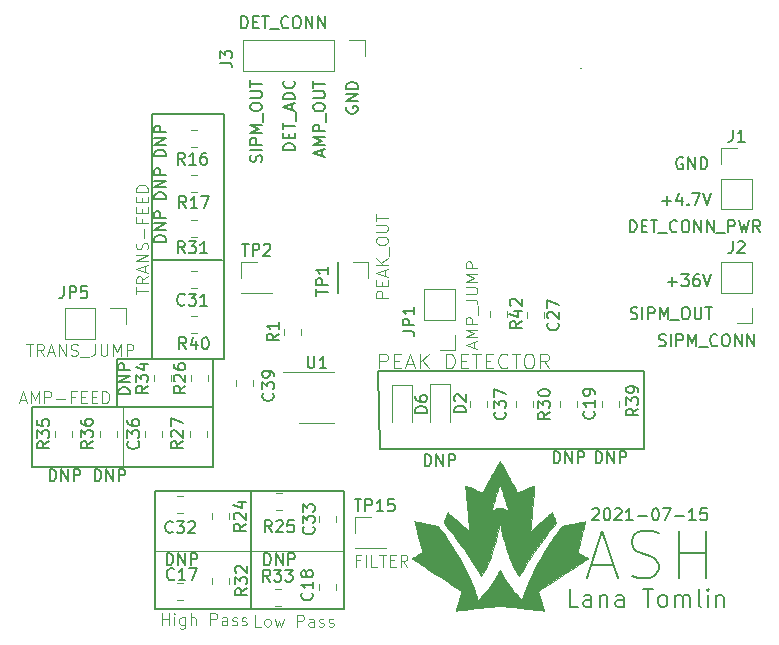
<source format=gbr>
%TF.GenerationSoftware,KiCad,Pcbnew,(5.1.9)-1*%
%TF.CreationDate,2021-07-15T19:41:30-04:00*%
%TF.ProjectId,detector_circuit_LTC6254,64657465-6374-46f7-925f-636972637569,rev?*%
%TF.SameCoordinates,Original*%
%TF.FileFunction,Legend,Top*%
%TF.FilePolarity,Positive*%
%FSLAX46Y46*%
G04 Gerber Fmt 4.6, Leading zero omitted, Abs format (unit mm)*
G04 Created by KiCad (PCBNEW (5.1.9)-1) date 2021-07-15 19:41:30*
%MOMM*%
%LPD*%
G01*
G04 APERTURE LIST*
%ADD10C,0.150000*%
%ADD11C,0.100000*%
%ADD12C,0.120000*%
%ADD13C,0.010000*%
G04 APERTURE END LIST*
D10*
X132429857Y-137088619D02*
X132477476Y-137041000D01*
X132572714Y-136993380D01*
X132810809Y-136993380D01*
X132906047Y-137041000D01*
X132953666Y-137088619D01*
X133001285Y-137183857D01*
X133001285Y-137279095D01*
X132953666Y-137421952D01*
X132382238Y-137993380D01*
X133001285Y-137993380D01*
X133620333Y-136993380D02*
X133715571Y-136993380D01*
X133810809Y-137041000D01*
X133858428Y-137088619D01*
X133906047Y-137183857D01*
X133953666Y-137374333D01*
X133953666Y-137612428D01*
X133906047Y-137802904D01*
X133858428Y-137898142D01*
X133810809Y-137945761D01*
X133715571Y-137993380D01*
X133620333Y-137993380D01*
X133525095Y-137945761D01*
X133477476Y-137898142D01*
X133429857Y-137802904D01*
X133382238Y-137612428D01*
X133382238Y-137374333D01*
X133429857Y-137183857D01*
X133477476Y-137088619D01*
X133525095Y-137041000D01*
X133620333Y-136993380D01*
X134334619Y-137088619D02*
X134382238Y-137041000D01*
X134477476Y-136993380D01*
X134715571Y-136993380D01*
X134810809Y-137041000D01*
X134858428Y-137088619D01*
X134906047Y-137183857D01*
X134906047Y-137279095D01*
X134858428Y-137421952D01*
X134287000Y-137993380D01*
X134906047Y-137993380D01*
X135858428Y-137993380D02*
X135287000Y-137993380D01*
X135572714Y-137993380D02*
X135572714Y-136993380D01*
X135477476Y-137136238D01*
X135382238Y-137231476D01*
X135287000Y-137279095D01*
X136287000Y-137612428D02*
X137048904Y-137612428D01*
X137715571Y-136993380D02*
X137810809Y-136993380D01*
X137906047Y-137041000D01*
X137953666Y-137088619D01*
X138001285Y-137183857D01*
X138048904Y-137374333D01*
X138048904Y-137612428D01*
X138001285Y-137802904D01*
X137953666Y-137898142D01*
X137906047Y-137945761D01*
X137810809Y-137993380D01*
X137715571Y-137993380D01*
X137620333Y-137945761D01*
X137572714Y-137898142D01*
X137525095Y-137802904D01*
X137477476Y-137612428D01*
X137477476Y-137374333D01*
X137525095Y-137183857D01*
X137572714Y-137088619D01*
X137620333Y-137041000D01*
X137715571Y-136993380D01*
X138382238Y-136993380D02*
X139048904Y-136993380D01*
X138620333Y-137993380D01*
X139429857Y-137612428D02*
X140191761Y-137612428D01*
X141191761Y-137993380D02*
X140620333Y-137993380D01*
X140906047Y-137993380D02*
X140906047Y-136993380D01*
X140810809Y-137136238D01*
X140715571Y-137231476D01*
X140620333Y-137279095D01*
X142096523Y-136993380D02*
X141620333Y-136993380D01*
X141572714Y-137469571D01*
X141620333Y-137421952D01*
X141715571Y-137374333D01*
X141953666Y-137374333D01*
X142048904Y-137421952D01*
X142096523Y-137469571D01*
X142144142Y-137564809D01*
X142144142Y-137802904D01*
X142096523Y-137898142D01*
X142048904Y-137945761D01*
X141953666Y-137993380D01*
X141715571Y-137993380D01*
X141620333Y-137945761D01*
X141572714Y-137898142D01*
X118221285Y-133421380D02*
X118221285Y-132421380D01*
X118459380Y-132421380D01*
X118602238Y-132469000D01*
X118697476Y-132564238D01*
X118745095Y-132659476D01*
X118792714Y-132849952D01*
X118792714Y-132992809D01*
X118745095Y-133183285D01*
X118697476Y-133278523D01*
X118602238Y-133373761D01*
X118459380Y-133421380D01*
X118221285Y-133421380D01*
X119221285Y-133421380D02*
X119221285Y-132421380D01*
X119792714Y-133421380D01*
X119792714Y-132421380D01*
X120268904Y-133421380D02*
X120268904Y-132421380D01*
X120649857Y-132421380D01*
X120745095Y-132469000D01*
X120792714Y-132516619D01*
X120840333Y-132611857D01*
X120840333Y-132754714D01*
X120792714Y-132849952D01*
X120745095Y-132897571D01*
X120649857Y-132945190D01*
X120268904Y-132945190D01*
X132334619Y-141763666D02*
X134239380Y-141763666D01*
X131953666Y-142906523D02*
X133287000Y-138906523D01*
X134620333Y-142906523D01*
X135763190Y-142716047D02*
X136334619Y-142906523D01*
X137287000Y-142906523D01*
X137667952Y-142716047D01*
X137858428Y-142525571D01*
X138048904Y-142144619D01*
X138048904Y-141763666D01*
X137858428Y-141382714D01*
X137667952Y-141192238D01*
X137287000Y-141001761D01*
X136525095Y-140811285D01*
X136144142Y-140620809D01*
X135953666Y-140430333D01*
X135763190Y-140049380D01*
X135763190Y-139668428D01*
X135953666Y-139287476D01*
X136144142Y-139097000D01*
X136525095Y-138906523D01*
X137477476Y-138906523D01*
X138048904Y-139097000D01*
X139763190Y-142906523D02*
X139763190Y-138906523D01*
X139763190Y-140811285D02*
X142048904Y-140811285D01*
X142048904Y-142906523D02*
X142048904Y-138906523D01*
X136779000Y-131953000D02*
X136779000Y-125349000D01*
X114427000Y-131953000D02*
X136779000Y-131953000D01*
X114300000Y-125349000D02*
X114427000Y-131953000D01*
X95123000Y-124333000D02*
X95123000Y-103632000D01*
X101219000Y-124333000D02*
X100330000Y-124333000D01*
X101219000Y-123952000D02*
X101219000Y-124333000D01*
X84963000Y-133477000D02*
X100330000Y-133477000D01*
X111641000Y-102996904D02*
X111593380Y-103092142D01*
X111593380Y-103235000D01*
X111641000Y-103377857D01*
X111736238Y-103473095D01*
X111831476Y-103520714D01*
X112021952Y-103568333D01*
X112164809Y-103568333D01*
X112355285Y-103520714D01*
X112450523Y-103473095D01*
X112545761Y-103377857D01*
X112593380Y-103235000D01*
X112593380Y-103139761D01*
X112545761Y-102996904D01*
X112498142Y-102949285D01*
X112164809Y-102949285D01*
X112164809Y-103139761D01*
X112593380Y-102520714D02*
X111593380Y-102520714D01*
X112593380Y-101949285D01*
X111593380Y-101949285D01*
X112593380Y-101473095D02*
X111593380Y-101473095D01*
X111593380Y-101235000D01*
X111641000Y-101092142D01*
X111736238Y-100996904D01*
X111831476Y-100949285D01*
X112021952Y-100901666D01*
X112164809Y-100901666D01*
X112355285Y-100949285D01*
X112450523Y-100996904D01*
X112545761Y-101092142D01*
X112593380Y-101235000D01*
X112593380Y-101473095D01*
X109513666Y-107132047D02*
X109513666Y-106655857D01*
X109799380Y-107227285D02*
X108799380Y-106893952D01*
X109799380Y-106560619D01*
X109799380Y-106227285D02*
X108799380Y-106227285D01*
X109513666Y-105893952D01*
X108799380Y-105560619D01*
X109799380Y-105560619D01*
X109799380Y-105084428D02*
X108799380Y-105084428D01*
X108799380Y-104703476D01*
X108847000Y-104608238D01*
X108894619Y-104560619D01*
X108989857Y-104513000D01*
X109132714Y-104513000D01*
X109227952Y-104560619D01*
X109275571Y-104608238D01*
X109323190Y-104703476D01*
X109323190Y-105084428D01*
X109894619Y-104322523D02*
X109894619Y-103560619D01*
X108799380Y-103132047D02*
X108799380Y-102941571D01*
X108847000Y-102846333D01*
X108942238Y-102751095D01*
X109132714Y-102703476D01*
X109466047Y-102703476D01*
X109656523Y-102751095D01*
X109751761Y-102846333D01*
X109799380Y-102941571D01*
X109799380Y-103132047D01*
X109751761Y-103227285D01*
X109656523Y-103322523D01*
X109466047Y-103370142D01*
X109132714Y-103370142D01*
X108942238Y-103322523D01*
X108847000Y-103227285D01*
X108799380Y-103132047D01*
X108799380Y-102274904D02*
X109608904Y-102274904D01*
X109704142Y-102227285D01*
X109751761Y-102179666D01*
X109799380Y-102084428D01*
X109799380Y-101893952D01*
X109751761Y-101798714D01*
X109704142Y-101751095D01*
X109608904Y-101703476D01*
X108799380Y-101703476D01*
X108799380Y-101370142D02*
X108799380Y-100798714D01*
X109799380Y-101084428D02*
X108799380Y-101084428D01*
X107259380Y-106663761D02*
X106259380Y-106663761D01*
X106259380Y-106425666D01*
X106307000Y-106282809D01*
X106402238Y-106187571D01*
X106497476Y-106139952D01*
X106687952Y-106092333D01*
X106830809Y-106092333D01*
X107021285Y-106139952D01*
X107116523Y-106187571D01*
X107211761Y-106282809D01*
X107259380Y-106425666D01*
X107259380Y-106663761D01*
X106735571Y-105663761D02*
X106735571Y-105330428D01*
X107259380Y-105187571D02*
X107259380Y-105663761D01*
X106259380Y-105663761D01*
X106259380Y-105187571D01*
X106259380Y-104901857D02*
X106259380Y-104330428D01*
X107259380Y-104616142D02*
X106259380Y-104616142D01*
X107354619Y-104235190D02*
X107354619Y-103473285D01*
X106973666Y-103282809D02*
X106973666Y-102806619D01*
X107259380Y-103378047D02*
X106259380Y-103044714D01*
X107259380Y-102711380D01*
X107259380Y-102378047D02*
X106259380Y-102378047D01*
X106259380Y-102139952D01*
X106307000Y-101997095D01*
X106402238Y-101901857D01*
X106497476Y-101854238D01*
X106687952Y-101806619D01*
X106830809Y-101806619D01*
X107021285Y-101854238D01*
X107116523Y-101901857D01*
X107211761Y-101997095D01*
X107259380Y-102139952D01*
X107259380Y-102378047D01*
X107164142Y-100806619D02*
X107211761Y-100854238D01*
X107259380Y-100997095D01*
X107259380Y-101092333D01*
X107211761Y-101235190D01*
X107116523Y-101330428D01*
X107021285Y-101378047D01*
X106830809Y-101425666D01*
X106687952Y-101425666D01*
X106497476Y-101378047D01*
X106402238Y-101330428D01*
X106307000Y-101235190D01*
X106259380Y-101092333D01*
X106259380Y-100997095D01*
X106307000Y-100854238D01*
X106354619Y-100806619D01*
X104417761Y-107671761D02*
X104465380Y-107528904D01*
X104465380Y-107290809D01*
X104417761Y-107195571D01*
X104370142Y-107147952D01*
X104274904Y-107100333D01*
X104179666Y-107100333D01*
X104084428Y-107147952D01*
X104036809Y-107195571D01*
X103989190Y-107290809D01*
X103941571Y-107481285D01*
X103893952Y-107576523D01*
X103846333Y-107624142D01*
X103751095Y-107671761D01*
X103655857Y-107671761D01*
X103560619Y-107624142D01*
X103513000Y-107576523D01*
X103465380Y-107481285D01*
X103465380Y-107243190D01*
X103513000Y-107100333D01*
X104465380Y-106671761D02*
X103465380Y-106671761D01*
X104465380Y-106195571D02*
X103465380Y-106195571D01*
X103465380Y-105814619D01*
X103513000Y-105719380D01*
X103560619Y-105671761D01*
X103655857Y-105624142D01*
X103798714Y-105624142D01*
X103893952Y-105671761D01*
X103941571Y-105719380D01*
X103989190Y-105814619D01*
X103989190Y-106195571D01*
X104465380Y-105195571D02*
X103465380Y-105195571D01*
X104179666Y-104862238D01*
X103465380Y-104528904D01*
X104465380Y-104528904D01*
X104560619Y-104290809D02*
X104560619Y-103528904D01*
X103465380Y-103100333D02*
X103465380Y-102909857D01*
X103513000Y-102814619D01*
X103608238Y-102719380D01*
X103798714Y-102671761D01*
X104132047Y-102671761D01*
X104322523Y-102719380D01*
X104417761Y-102814619D01*
X104465380Y-102909857D01*
X104465380Y-103100333D01*
X104417761Y-103195571D01*
X104322523Y-103290809D01*
X104132047Y-103338428D01*
X103798714Y-103338428D01*
X103608238Y-103290809D01*
X103513000Y-103195571D01*
X103465380Y-103100333D01*
X103465380Y-102243190D02*
X104274904Y-102243190D01*
X104370142Y-102195571D01*
X104417761Y-102147952D01*
X104465380Y-102052714D01*
X104465380Y-101862238D01*
X104417761Y-101767000D01*
X104370142Y-101719380D01*
X104274904Y-101671761D01*
X103465380Y-101671761D01*
X103465380Y-101338428D02*
X103465380Y-100767000D01*
X104465380Y-101052714D02*
X103465380Y-101052714D01*
X140081095Y-107323000D02*
X139985857Y-107275380D01*
X139843000Y-107275380D01*
X139700142Y-107323000D01*
X139604904Y-107418238D01*
X139557285Y-107513476D01*
X139509666Y-107703952D01*
X139509666Y-107846809D01*
X139557285Y-108037285D01*
X139604904Y-108132523D01*
X139700142Y-108227761D01*
X139843000Y-108275380D01*
X139938238Y-108275380D01*
X140081095Y-108227761D01*
X140128714Y-108180142D01*
X140128714Y-107846809D01*
X139938238Y-107846809D01*
X140557285Y-108275380D02*
X140557285Y-107275380D01*
X141128714Y-108275380D01*
X141128714Y-107275380D01*
X141604904Y-108275380D02*
X141604904Y-107275380D01*
X141843000Y-107275380D01*
X141985857Y-107323000D01*
X142081095Y-107418238D01*
X142128714Y-107513476D01*
X142176333Y-107703952D01*
X142176333Y-107846809D01*
X142128714Y-108037285D01*
X142081095Y-108132523D01*
X141985857Y-108227761D01*
X141843000Y-108275380D01*
X141604904Y-108275380D01*
X138335000Y-110942428D02*
X139096904Y-110942428D01*
X138715952Y-111323380D02*
X138715952Y-110561476D01*
X140001666Y-110656714D02*
X140001666Y-111323380D01*
X139763571Y-110275761D02*
X139525476Y-110990047D01*
X140144523Y-110990047D01*
X140525476Y-111228142D02*
X140573095Y-111275761D01*
X140525476Y-111323380D01*
X140477857Y-111275761D01*
X140525476Y-111228142D01*
X140525476Y-111323380D01*
X140906428Y-110323380D02*
X141573095Y-110323380D01*
X141144523Y-111323380D01*
X141811190Y-110323380D02*
X142144523Y-111323380D01*
X142477857Y-110323380D01*
X138827095Y-117800428D02*
X139589000Y-117800428D01*
X139208047Y-118181380D02*
X139208047Y-117419476D01*
X139969952Y-117181380D02*
X140589000Y-117181380D01*
X140255666Y-117562333D01*
X140398523Y-117562333D01*
X140493761Y-117609952D01*
X140541380Y-117657571D01*
X140589000Y-117752809D01*
X140589000Y-117990904D01*
X140541380Y-118086142D01*
X140493761Y-118133761D01*
X140398523Y-118181380D01*
X140112809Y-118181380D01*
X140017571Y-118133761D01*
X139969952Y-118086142D01*
X141446142Y-117181380D02*
X141255666Y-117181380D01*
X141160428Y-117229000D01*
X141112809Y-117276619D01*
X141017571Y-117419476D01*
X140969952Y-117609952D01*
X140969952Y-117990904D01*
X141017571Y-118086142D01*
X141065190Y-118133761D01*
X141160428Y-118181380D01*
X141350904Y-118181380D01*
X141446142Y-118133761D01*
X141493761Y-118086142D01*
X141541380Y-117990904D01*
X141541380Y-117752809D01*
X141493761Y-117657571D01*
X141446142Y-117609952D01*
X141350904Y-117562333D01*
X141160428Y-117562333D01*
X141065190Y-117609952D01*
X141017571Y-117657571D01*
X140969952Y-117752809D01*
X141827095Y-117181380D02*
X142160428Y-118181380D01*
X142493761Y-117181380D01*
X135660238Y-120927761D02*
X135803095Y-120975380D01*
X136041190Y-120975380D01*
X136136428Y-120927761D01*
X136184047Y-120880142D01*
X136231666Y-120784904D01*
X136231666Y-120689666D01*
X136184047Y-120594428D01*
X136136428Y-120546809D01*
X136041190Y-120499190D01*
X135850714Y-120451571D01*
X135755476Y-120403952D01*
X135707857Y-120356333D01*
X135660238Y-120261095D01*
X135660238Y-120165857D01*
X135707857Y-120070619D01*
X135755476Y-120023000D01*
X135850714Y-119975380D01*
X136088809Y-119975380D01*
X136231666Y-120023000D01*
X136660238Y-120975380D02*
X136660238Y-119975380D01*
X137136428Y-120975380D02*
X137136428Y-119975380D01*
X137517380Y-119975380D01*
X137612619Y-120023000D01*
X137660238Y-120070619D01*
X137707857Y-120165857D01*
X137707857Y-120308714D01*
X137660238Y-120403952D01*
X137612619Y-120451571D01*
X137517380Y-120499190D01*
X137136428Y-120499190D01*
X138136428Y-120975380D02*
X138136428Y-119975380D01*
X138469761Y-120689666D01*
X138803095Y-119975380D01*
X138803095Y-120975380D01*
X139041190Y-121070619D02*
X139803095Y-121070619D01*
X140231666Y-119975380D02*
X140422142Y-119975380D01*
X140517380Y-120023000D01*
X140612619Y-120118238D01*
X140660238Y-120308714D01*
X140660238Y-120642047D01*
X140612619Y-120832523D01*
X140517380Y-120927761D01*
X140422142Y-120975380D01*
X140231666Y-120975380D01*
X140136428Y-120927761D01*
X140041190Y-120832523D01*
X139993571Y-120642047D01*
X139993571Y-120308714D01*
X140041190Y-120118238D01*
X140136428Y-120023000D01*
X140231666Y-119975380D01*
X141088809Y-119975380D02*
X141088809Y-120784904D01*
X141136428Y-120880142D01*
X141184047Y-120927761D01*
X141279285Y-120975380D01*
X141469761Y-120975380D01*
X141565000Y-120927761D01*
X141612619Y-120880142D01*
X141660238Y-120784904D01*
X141660238Y-119975380D01*
X141993571Y-119975380D02*
X142565000Y-119975380D01*
X142279285Y-120975380D02*
X142279285Y-119975380D01*
X131445000Y-99695000D02*
X131445000Y-99695000D01*
X111379000Y-145542000D02*
X111379000Y-144780000D01*
X95377000Y-145542000D02*
X111379000Y-145542000D01*
X131211571Y-145331571D02*
X130497285Y-145331571D01*
X130497285Y-143831571D01*
X132354428Y-145331571D02*
X132354428Y-144545857D01*
X132283000Y-144403000D01*
X132140142Y-144331571D01*
X131854428Y-144331571D01*
X131711571Y-144403000D01*
X132354428Y-145260142D02*
X132211571Y-145331571D01*
X131854428Y-145331571D01*
X131711571Y-145260142D01*
X131640142Y-145117285D01*
X131640142Y-144974428D01*
X131711571Y-144831571D01*
X131854428Y-144760142D01*
X132211571Y-144760142D01*
X132354428Y-144688714D01*
X133068714Y-144331571D02*
X133068714Y-145331571D01*
X133068714Y-144474428D02*
X133140142Y-144403000D01*
X133283000Y-144331571D01*
X133497285Y-144331571D01*
X133640142Y-144403000D01*
X133711571Y-144545857D01*
X133711571Y-145331571D01*
X135068714Y-145331571D02*
X135068714Y-144545857D01*
X134997285Y-144403000D01*
X134854428Y-144331571D01*
X134568714Y-144331571D01*
X134425857Y-144403000D01*
X135068714Y-145260142D02*
X134925857Y-145331571D01*
X134568714Y-145331571D01*
X134425857Y-145260142D01*
X134354428Y-145117285D01*
X134354428Y-144974428D01*
X134425857Y-144831571D01*
X134568714Y-144760142D01*
X134925857Y-144760142D01*
X135068714Y-144688714D01*
X136711571Y-143831571D02*
X137568714Y-143831571D01*
X137140142Y-145331571D02*
X137140142Y-143831571D01*
X138283000Y-145331571D02*
X138140142Y-145260142D01*
X138068714Y-145188714D01*
X137997285Y-145045857D01*
X137997285Y-144617285D01*
X138068714Y-144474428D01*
X138140142Y-144403000D01*
X138283000Y-144331571D01*
X138497285Y-144331571D01*
X138640142Y-144403000D01*
X138711571Y-144474428D01*
X138783000Y-144617285D01*
X138783000Y-145045857D01*
X138711571Y-145188714D01*
X138640142Y-145260142D01*
X138497285Y-145331571D01*
X138283000Y-145331571D01*
X139425857Y-145331571D02*
X139425857Y-144331571D01*
X139425857Y-144474428D02*
X139497285Y-144403000D01*
X139640142Y-144331571D01*
X139854428Y-144331571D01*
X139997285Y-144403000D01*
X140068714Y-144545857D01*
X140068714Y-145331571D01*
X140068714Y-144545857D02*
X140140142Y-144403000D01*
X140283000Y-144331571D01*
X140497285Y-144331571D01*
X140640142Y-144403000D01*
X140711571Y-144545857D01*
X140711571Y-145331571D01*
X141640142Y-145331571D02*
X141497285Y-145260142D01*
X141425857Y-145117285D01*
X141425857Y-143831571D01*
X142211571Y-145331571D02*
X142211571Y-144331571D01*
X142211571Y-143831571D02*
X142140142Y-143903000D01*
X142211571Y-143974428D01*
X142283000Y-143903000D01*
X142211571Y-143831571D01*
X142211571Y-143974428D01*
X142925857Y-144331571D02*
X142925857Y-145331571D01*
X142925857Y-144474428D02*
X142997285Y-144403000D01*
X143140142Y-144331571D01*
X143354428Y-144331571D01*
X143497285Y-144403000D01*
X143568714Y-144545857D01*
X143568714Y-145331571D01*
D11*
X114396142Y-125152476D02*
X114396142Y-123902476D01*
X114872333Y-123902476D01*
X114991380Y-123962000D01*
X115050904Y-124021523D01*
X115110428Y-124140571D01*
X115110428Y-124319142D01*
X115050904Y-124438190D01*
X114991380Y-124497714D01*
X114872333Y-124557238D01*
X114396142Y-124557238D01*
X115646142Y-124497714D02*
X116062809Y-124497714D01*
X116241380Y-125152476D02*
X115646142Y-125152476D01*
X115646142Y-123902476D01*
X116241380Y-123902476D01*
X116717571Y-124795333D02*
X117312809Y-124795333D01*
X116598523Y-125152476D02*
X117015190Y-123902476D01*
X117431857Y-125152476D01*
X117848523Y-125152476D02*
X117848523Y-123902476D01*
X118562809Y-125152476D02*
X118027095Y-124438190D01*
X118562809Y-123902476D02*
X117848523Y-124616761D01*
X120050904Y-125152476D02*
X120050904Y-123902476D01*
X120348523Y-123902476D01*
X120527095Y-123962000D01*
X120646142Y-124081047D01*
X120705666Y-124200095D01*
X120765190Y-124438190D01*
X120765190Y-124616761D01*
X120705666Y-124854857D01*
X120646142Y-124973904D01*
X120527095Y-125092952D01*
X120348523Y-125152476D01*
X120050904Y-125152476D01*
X121300904Y-124497714D02*
X121717571Y-124497714D01*
X121896142Y-125152476D02*
X121300904Y-125152476D01*
X121300904Y-123902476D01*
X121896142Y-123902476D01*
X122253285Y-123902476D02*
X122967571Y-123902476D01*
X122610428Y-125152476D02*
X122610428Y-123902476D01*
X123384238Y-124497714D02*
X123800904Y-124497714D01*
X123979476Y-125152476D02*
X123384238Y-125152476D01*
X123384238Y-123902476D01*
X123979476Y-123902476D01*
X125229476Y-125033428D02*
X125169952Y-125092952D01*
X124991380Y-125152476D01*
X124872333Y-125152476D01*
X124693761Y-125092952D01*
X124574714Y-124973904D01*
X124515190Y-124854857D01*
X124455666Y-124616761D01*
X124455666Y-124438190D01*
X124515190Y-124200095D01*
X124574714Y-124081047D01*
X124693761Y-123962000D01*
X124872333Y-123902476D01*
X124991380Y-123902476D01*
X125169952Y-123962000D01*
X125229476Y-124021523D01*
X125586619Y-123902476D02*
X126300904Y-123902476D01*
X125943761Y-125152476D02*
X125943761Y-123902476D01*
X126955666Y-123902476D02*
X127193761Y-123902476D01*
X127312809Y-123962000D01*
X127431857Y-124081047D01*
X127491380Y-124319142D01*
X127491380Y-124735809D01*
X127431857Y-124973904D01*
X127312809Y-125092952D01*
X127193761Y-125152476D01*
X126955666Y-125152476D01*
X126836619Y-125092952D01*
X126717571Y-124973904D01*
X126658047Y-124735809D01*
X126658047Y-124319142D01*
X126717571Y-124081047D01*
X126836619Y-123962000D01*
X126955666Y-123902476D01*
X128741380Y-125152476D02*
X128324714Y-124557238D01*
X128027095Y-125152476D02*
X128027095Y-123902476D01*
X128503285Y-123902476D01*
X128622333Y-123962000D01*
X128681857Y-124021523D01*
X128741380Y-124140571D01*
X128741380Y-124319142D01*
X128681857Y-124438190D01*
X128622333Y-124497714D01*
X128503285Y-124557238D01*
X128027095Y-124557238D01*
X83995095Y-127801666D02*
X84471285Y-127801666D01*
X83899857Y-128087380D02*
X84233190Y-127087380D01*
X84566523Y-128087380D01*
X84899857Y-128087380D02*
X84899857Y-127087380D01*
X85233190Y-127801666D01*
X85566523Y-127087380D01*
X85566523Y-128087380D01*
X86042714Y-128087380D02*
X86042714Y-127087380D01*
X86423666Y-127087380D01*
X86518904Y-127135000D01*
X86566523Y-127182619D01*
X86614142Y-127277857D01*
X86614142Y-127420714D01*
X86566523Y-127515952D01*
X86518904Y-127563571D01*
X86423666Y-127611190D01*
X86042714Y-127611190D01*
X87042714Y-127706428D02*
X87804619Y-127706428D01*
X88614142Y-127563571D02*
X88280809Y-127563571D01*
X88280809Y-128087380D02*
X88280809Y-127087380D01*
X88757000Y-127087380D01*
X89137952Y-127563571D02*
X89471285Y-127563571D01*
X89614142Y-128087380D02*
X89137952Y-128087380D01*
X89137952Y-127087380D01*
X89614142Y-127087380D01*
X90042714Y-127563571D02*
X90376047Y-127563571D01*
X90518904Y-128087380D02*
X90042714Y-128087380D01*
X90042714Y-127087380D01*
X90518904Y-127087380D01*
X90947476Y-128087380D02*
X90947476Y-127087380D01*
X91185571Y-127087380D01*
X91328428Y-127135000D01*
X91423666Y-127230238D01*
X91471285Y-127325476D01*
X91518904Y-127515952D01*
X91518904Y-127658809D01*
X91471285Y-127849285D01*
X91423666Y-127944523D01*
X91328428Y-128039761D01*
X91185571Y-128087380D01*
X90947476Y-128087380D01*
D10*
X95377000Y-135509000D02*
X95377000Y-136144000D01*
X111379000Y-135509000D02*
X95377000Y-135509000D01*
D11*
X103505000Y-140589000D02*
X95377000Y-140589000D01*
X104378476Y-147010380D02*
X103902285Y-147010380D01*
X103902285Y-146010380D01*
X104854666Y-147010380D02*
X104759428Y-146962761D01*
X104711809Y-146915142D01*
X104664190Y-146819904D01*
X104664190Y-146534190D01*
X104711809Y-146438952D01*
X104759428Y-146391333D01*
X104854666Y-146343714D01*
X104997523Y-146343714D01*
X105092761Y-146391333D01*
X105140380Y-146438952D01*
X105188000Y-146534190D01*
X105188000Y-146819904D01*
X105140380Y-146915142D01*
X105092761Y-146962761D01*
X104997523Y-147010380D01*
X104854666Y-147010380D01*
X105521333Y-146343714D02*
X105711809Y-147010380D01*
X105902285Y-146534190D01*
X106092761Y-147010380D01*
X106283238Y-146343714D01*
X107426095Y-147010380D02*
X107426095Y-146010380D01*
X107807047Y-146010380D01*
X107902285Y-146058000D01*
X107949904Y-146105619D01*
X107997523Y-146200857D01*
X107997523Y-146343714D01*
X107949904Y-146438952D01*
X107902285Y-146486571D01*
X107807047Y-146534190D01*
X107426095Y-146534190D01*
X108854666Y-147010380D02*
X108854666Y-146486571D01*
X108807047Y-146391333D01*
X108711809Y-146343714D01*
X108521333Y-146343714D01*
X108426095Y-146391333D01*
X108854666Y-146962761D02*
X108759428Y-147010380D01*
X108521333Y-147010380D01*
X108426095Y-146962761D01*
X108378476Y-146867523D01*
X108378476Y-146772285D01*
X108426095Y-146677047D01*
X108521333Y-146629428D01*
X108759428Y-146629428D01*
X108854666Y-146581809D01*
X109283238Y-146962761D02*
X109378476Y-147010380D01*
X109568952Y-147010380D01*
X109664190Y-146962761D01*
X109711809Y-146867523D01*
X109711809Y-146819904D01*
X109664190Y-146724666D01*
X109568952Y-146677047D01*
X109426095Y-146677047D01*
X109330857Y-146629428D01*
X109283238Y-146534190D01*
X109283238Y-146486571D01*
X109330857Y-146391333D01*
X109426095Y-146343714D01*
X109568952Y-146343714D01*
X109664190Y-146391333D01*
X110092761Y-146962761D02*
X110188000Y-147010380D01*
X110378476Y-147010380D01*
X110473714Y-146962761D01*
X110521333Y-146867523D01*
X110521333Y-146819904D01*
X110473714Y-146724666D01*
X110378476Y-146677047D01*
X110235619Y-146677047D01*
X110140380Y-146629428D01*
X110092761Y-146534190D01*
X110092761Y-146486571D01*
X110140380Y-146391333D01*
X110235619Y-146343714D01*
X110378476Y-146343714D01*
X110473714Y-146391333D01*
X95996571Y-146883380D02*
X95996571Y-145883380D01*
X95996571Y-146359571D02*
X96568000Y-146359571D01*
X96568000Y-146883380D02*
X96568000Y-145883380D01*
X97044190Y-146883380D02*
X97044190Y-146216714D01*
X97044190Y-145883380D02*
X96996571Y-145931000D01*
X97044190Y-145978619D01*
X97091809Y-145931000D01*
X97044190Y-145883380D01*
X97044190Y-145978619D01*
X97948952Y-146216714D02*
X97948952Y-147026238D01*
X97901333Y-147121476D01*
X97853714Y-147169095D01*
X97758476Y-147216714D01*
X97615619Y-147216714D01*
X97520380Y-147169095D01*
X97948952Y-146835761D02*
X97853714Y-146883380D01*
X97663238Y-146883380D01*
X97568000Y-146835761D01*
X97520380Y-146788142D01*
X97472761Y-146692904D01*
X97472761Y-146407190D01*
X97520380Y-146311952D01*
X97568000Y-146264333D01*
X97663238Y-146216714D01*
X97853714Y-146216714D01*
X97948952Y-146264333D01*
X98425142Y-146883380D02*
X98425142Y-145883380D01*
X98853714Y-146883380D02*
X98853714Y-146359571D01*
X98806095Y-146264333D01*
X98710857Y-146216714D01*
X98568000Y-146216714D01*
X98472761Y-146264333D01*
X98425142Y-146311952D01*
X100091809Y-146883380D02*
X100091809Y-145883380D01*
X100472761Y-145883380D01*
X100568000Y-145931000D01*
X100615619Y-145978619D01*
X100663238Y-146073857D01*
X100663238Y-146216714D01*
X100615619Y-146311952D01*
X100568000Y-146359571D01*
X100472761Y-146407190D01*
X100091809Y-146407190D01*
X101520380Y-146883380D02*
X101520380Y-146359571D01*
X101472761Y-146264333D01*
X101377523Y-146216714D01*
X101187047Y-146216714D01*
X101091809Y-146264333D01*
X101520380Y-146835761D02*
X101425142Y-146883380D01*
X101187047Y-146883380D01*
X101091809Y-146835761D01*
X101044190Y-146740523D01*
X101044190Y-146645285D01*
X101091809Y-146550047D01*
X101187047Y-146502428D01*
X101425142Y-146502428D01*
X101520380Y-146454809D01*
X101948952Y-146835761D02*
X102044190Y-146883380D01*
X102234666Y-146883380D01*
X102329904Y-146835761D01*
X102377523Y-146740523D01*
X102377523Y-146692904D01*
X102329904Y-146597666D01*
X102234666Y-146550047D01*
X102091809Y-146550047D01*
X101996571Y-146502428D01*
X101948952Y-146407190D01*
X101948952Y-146359571D01*
X101996571Y-146264333D01*
X102091809Y-146216714D01*
X102234666Y-146216714D01*
X102329904Y-146264333D01*
X102758476Y-146835761D02*
X102853714Y-146883380D01*
X103044190Y-146883380D01*
X103139428Y-146835761D01*
X103187047Y-146740523D01*
X103187047Y-146692904D01*
X103139428Y-146597666D01*
X103044190Y-146550047D01*
X102901333Y-146550047D01*
X102806095Y-146502428D01*
X102758476Y-146407190D01*
X102758476Y-146359571D01*
X102806095Y-146264333D01*
X102901333Y-146216714D01*
X103044190Y-146216714D01*
X103139428Y-146264333D01*
D10*
X84963000Y-128397000D02*
X84963000Y-133477000D01*
X100330000Y-128397000D02*
X100330000Y-124333000D01*
X100330000Y-124333000D02*
X92202000Y-124333000D01*
X92202000Y-124333000D02*
X92202000Y-128397000D01*
D11*
X93813380Y-118839666D02*
X93813380Y-118268238D01*
X94813380Y-118553952D02*
X93813380Y-118553952D01*
X94813380Y-117363476D02*
X94337190Y-117696809D01*
X94813380Y-117934904D02*
X93813380Y-117934904D01*
X93813380Y-117553952D01*
X93861000Y-117458714D01*
X93908619Y-117411095D01*
X94003857Y-117363476D01*
X94146714Y-117363476D01*
X94241952Y-117411095D01*
X94289571Y-117458714D01*
X94337190Y-117553952D01*
X94337190Y-117934904D01*
X94527666Y-116982523D02*
X94527666Y-116506333D01*
X94813380Y-117077761D02*
X93813380Y-116744428D01*
X94813380Y-116411095D01*
X94813380Y-116077761D02*
X93813380Y-116077761D01*
X94813380Y-115506333D01*
X93813380Y-115506333D01*
X94765761Y-115077761D02*
X94813380Y-114934904D01*
X94813380Y-114696809D01*
X94765761Y-114601571D01*
X94718142Y-114553952D01*
X94622904Y-114506333D01*
X94527666Y-114506333D01*
X94432428Y-114553952D01*
X94384809Y-114601571D01*
X94337190Y-114696809D01*
X94289571Y-114887285D01*
X94241952Y-114982523D01*
X94194333Y-115030142D01*
X94099095Y-115077761D01*
X94003857Y-115077761D01*
X93908619Y-115030142D01*
X93861000Y-114982523D01*
X93813380Y-114887285D01*
X93813380Y-114649190D01*
X93861000Y-114506333D01*
X94432428Y-114077761D02*
X94432428Y-113315857D01*
X94289571Y-112506333D02*
X94289571Y-112839666D01*
X94813380Y-112839666D02*
X93813380Y-112839666D01*
X93813380Y-112363476D01*
X94289571Y-111982523D02*
X94289571Y-111649190D01*
X94813380Y-111506333D02*
X94813380Y-111982523D01*
X93813380Y-111982523D01*
X93813380Y-111506333D01*
X94289571Y-111077761D02*
X94289571Y-110744428D01*
X94813380Y-110601571D02*
X94813380Y-111077761D01*
X93813380Y-111077761D01*
X93813380Y-110601571D01*
X94813380Y-110173000D02*
X93813380Y-110173000D01*
X93813380Y-109934904D01*
X93861000Y-109792047D01*
X93956238Y-109696809D01*
X94051476Y-109649190D01*
X94241952Y-109601571D01*
X94384809Y-109601571D01*
X94575285Y-109649190D01*
X94670523Y-109696809D01*
X94765761Y-109792047D01*
X94813380Y-109934904D01*
X94813380Y-110173000D01*
X111379000Y-140589000D02*
X103505000Y-140589000D01*
D10*
X103505000Y-135509000D02*
X103505000Y-145415000D01*
X95377000Y-145542000D02*
X95377000Y-136017000D01*
X111379000Y-135509000D02*
X111379000Y-144780000D01*
X95123000Y-115951000D02*
X101092000Y-115951000D01*
D11*
X92710000Y-133477000D02*
X92710000Y-128397000D01*
D10*
X136779000Y-125349000D02*
X114300000Y-125349000D01*
X100330000Y-128397000D02*
X84963000Y-128397000D01*
X100330000Y-133477000D02*
X100330000Y-128397000D01*
X101219000Y-103632000D02*
X95123000Y-103632000D01*
X101219000Y-123952000D02*
X101219000Y-103632000D01*
D12*
%TO.C,TP2*%
X102683000Y-118805000D02*
X105343000Y-118805000D01*
X102683000Y-118745000D02*
X102683000Y-118805000D01*
X105343000Y-118745000D02*
X105343000Y-118805000D01*
X102683000Y-118745000D02*
X105343000Y-118745000D01*
X102683000Y-117475000D02*
X102683000Y-116145000D01*
X102683000Y-116145000D02*
X104013000Y-116145000D01*
%TO.C,U1*%
X109093000Y-125475000D02*
X106218000Y-125475000D01*
X109093000Y-125475000D02*
X110593000Y-125475000D01*
X109093000Y-129795000D02*
X107593000Y-129795000D01*
X109093000Y-129795000D02*
X110593000Y-129795000D01*
%TO.C,R1*%
X106351000Y-122308252D02*
X106351000Y-121785748D01*
X107771000Y-122308252D02*
X107771000Y-121785748D01*
%TO.C,J3*%
X102873500Y-97349000D02*
X102873500Y-100009000D01*
X110553500Y-97349000D02*
X102873500Y-97349000D01*
X110553500Y-100009000D02*
X102873500Y-100009000D01*
X110553500Y-97349000D02*
X110553500Y-100009000D01*
X111823500Y-97349000D02*
X113153500Y-97349000D01*
X113153500Y-97349000D02*
X113153500Y-98679000D01*
%TO.C,J2*%
X145983000Y-116145000D02*
X143323000Y-116145000D01*
X145983000Y-118745000D02*
X145983000Y-116145000D01*
X143323000Y-118745000D02*
X143323000Y-116145000D01*
X145983000Y-118745000D02*
X143323000Y-118745000D01*
X145983000Y-120015000D02*
X145983000Y-121345000D01*
X145983000Y-121345000D02*
X144653000Y-121345000D01*
%TO.C,J1*%
X143323000Y-111693000D02*
X145983000Y-111693000D01*
X143323000Y-109093000D02*
X143323000Y-111693000D01*
X145983000Y-109093000D02*
X145983000Y-111693000D01*
X143323000Y-109093000D02*
X145983000Y-109093000D01*
X143323000Y-107823000D02*
X143323000Y-106493000D01*
X143323000Y-106493000D02*
X144653000Y-106493000D01*
D13*
%TO.C,G\u002A\u002A\u002A*%
G36*
X124610736Y-133014442D02*
G01*
X124642531Y-133065919D01*
X124691171Y-133148171D01*
X124755005Y-133258305D01*
X124832384Y-133393429D01*
X124921658Y-133550650D01*
X125021177Y-133727075D01*
X125129290Y-133919813D01*
X125244348Y-134125971D01*
X125344134Y-134305554D01*
X125463867Y-134521413D01*
X125577922Y-134726941D01*
X125684648Y-134919168D01*
X125782393Y-135095123D01*
X125869506Y-135251837D01*
X125944335Y-135386340D01*
X126005229Y-135495662D01*
X126050537Y-135576833D01*
X126078608Y-135626885D01*
X126087590Y-135642597D01*
X126100257Y-135646807D01*
X126129807Y-135641857D01*
X126179304Y-135626563D01*
X126251814Y-135599743D01*
X126350402Y-135560213D01*
X126478135Y-135506790D01*
X126638078Y-135438291D01*
X126808739Y-135364237D01*
X126969035Y-135294880D01*
X127117205Y-135231713D01*
X127248935Y-135176504D01*
X127359910Y-135131022D01*
X127445814Y-135097034D01*
X127502331Y-135076306D01*
X127525147Y-135070608D01*
X127525294Y-135070714D01*
X127525236Y-135092926D01*
X127521381Y-135153765D01*
X127513987Y-135250310D01*
X127503314Y-135379644D01*
X127489620Y-135538848D01*
X127473162Y-135725002D01*
X127454200Y-135935189D01*
X127432992Y-136166490D01*
X127409797Y-136415985D01*
X127384873Y-136680756D01*
X127358479Y-136957885D01*
X127354060Y-137003973D01*
X127327411Y-137282730D01*
X127302103Y-137549525D01*
X127278399Y-137801445D01*
X127256566Y-138035582D01*
X127236869Y-138249025D01*
X127219571Y-138438863D01*
X127204937Y-138602187D01*
X127193234Y-138736087D01*
X127184725Y-138837651D01*
X127179675Y-138903970D01*
X127178350Y-138932134D01*
X127178508Y-138932912D01*
X127195240Y-138921040D01*
X127240336Y-138883779D01*
X127311023Y-138823543D01*
X127404530Y-138742745D01*
X127518084Y-138643801D01*
X127648914Y-138529124D01*
X127794247Y-138401127D01*
X127951313Y-138262225D01*
X128090224Y-138138941D01*
X128255319Y-137992442D01*
X128411251Y-137854569D01*
X128555214Y-137727771D01*
X128684399Y-137614495D01*
X128796001Y-137517191D01*
X128887213Y-137438306D01*
X128955228Y-137380291D01*
X128997239Y-137345593D01*
X129010347Y-137336255D01*
X129016720Y-137340928D01*
X129026511Y-137357260D01*
X129041077Y-137388721D01*
X129061777Y-137438780D01*
X129089968Y-137510908D01*
X129127007Y-137608574D01*
X129174253Y-137735248D01*
X129233061Y-137894400D01*
X129300968Y-138079088D01*
X129362971Y-138247968D01*
X129185118Y-138453143D01*
X128955651Y-138724579D01*
X128714969Y-139021765D01*
X128466449Y-139339874D01*
X128213465Y-139674075D01*
X127959395Y-140019541D01*
X127707614Y-140371443D01*
X127461499Y-140724951D01*
X127224424Y-141075238D01*
X126999768Y-141417473D01*
X126790904Y-141746829D01*
X126601210Y-142058477D01*
X126434061Y-142347588D01*
X126333098Y-142532428D01*
X126219754Y-142745928D01*
X126150906Y-142645860D01*
X126019659Y-142440829D01*
X125883660Y-142201876D01*
X125746181Y-141936043D01*
X125610492Y-141650372D01*
X125479862Y-141351906D01*
X125357563Y-141047687D01*
X125246865Y-140744756D01*
X125192257Y-140581695D01*
X125093786Y-140260682D01*
X124995221Y-139908028D01*
X124899049Y-139533757D01*
X124807753Y-139147890D01*
X124723819Y-138760449D01*
X124658519Y-138428834D01*
X124599384Y-138112620D01*
X124491937Y-138647979D01*
X124373198Y-139205487D01*
X124248114Y-139724758D01*
X124115559Y-140208969D01*
X123974409Y-140661299D01*
X123823537Y-141084924D01*
X123661819Y-141483022D01*
X123488129Y-141858770D01*
X123301343Y-142215346D01*
X123118209Y-142527186D01*
X123068346Y-142606411D01*
X123025723Y-142671647D01*
X122995507Y-142715136D01*
X122983777Y-142729032D01*
X122968286Y-142715985D01*
X122939449Y-142673099D01*
X122902172Y-142608076D01*
X122880355Y-142566655D01*
X122759046Y-142340624D01*
X122613215Y-142087424D01*
X122445824Y-141811301D01*
X122259836Y-141516502D01*
X122058215Y-141207272D01*
X121843924Y-140887859D01*
X121619926Y-140562507D01*
X121389184Y-140235463D01*
X121154662Y-139910975D01*
X120919322Y-139593286D01*
X120686129Y-139286645D01*
X120458044Y-138995297D01*
X120238032Y-138723488D01*
X120029055Y-138475464D01*
X120009754Y-138453143D01*
X119831901Y-138247968D01*
X119893903Y-138079088D01*
X119964979Y-137885798D01*
X120023197Y-137728289D01*
X120069913Y-137603091D01*
X120106482Y-137506738D01*
X120134260Y-137435761D01*
X120154604Y-137386694D01*
X120168867Y-137356067D01*
X120178407Y-137340415D01*
X120184302Y-137336255D01*
X120202568Y-137349740D01*
X120249179Y-137388561D01*
X120321328Y-137450273D01*
X120416208Y-137532428D01*
X120531012Y-137632578D01*
X120662934Y-137748277D01*
X120809168Y-137877077D01*
X120966906Y-138016532D01*
X121104658Y-138138709D01*
X121269500Y-138284854D01*
X121424926Y-138422132D01*
X121568166Y-138548129D01*
X121696447Y-138660432D01*
X121806997Y-138756627D01*
X121897044Y-138834303D01*
X121963817Y-138891044D01*
X122004543Y-138924438D01*
X122016596Y-138932680D01*
X122015878Y-138911138D01*
X122011394Y-138850958D01*
X122003408Y-138755052D01*
X121992186Y-138626328D01*
X121977994Y-138467696D01*
X121961096Y-138282067D01*
X121941757Y-138072349D01*
X121920243Y-137841452D01*
X121896819Y-137592287D01*
X121871750Y-137327763D01*
X121868510Y-137293830D01*
X123839064Y-137293830D01*
X123846690Y-137296056D01*
X123877359Y-137273470D01*
X123924685Y-137230862D01*
X123930809Y-137224989D01*
X124004642Y-137163529D01*
X124096389Y-137100530D01*
X124180016Y-137052905D01*
X124366297Y-136982170D01*
X124555392Y-136951969D01*
X124743177Y-136961674D01*
X124925522Y-137010659D01*
X125098302Y-137098295D01*
X125248176Y-137215234D01*
X125301589Y-137262820D01*
X125339505Y-137291926D01*
X125355665Y-137297923D01*
X125355332Y-137294513D01*
X125347281Y-137269411D01*
X125327937Y-137208030D01*
X125298416Y-137113946D01*
X125259837Y-136990732D01*
X125213317Y-136841964D01*
X125159976Y-136671217D01*
X125100929Y-136482066D01*
X125037296Y-136278086D01*
X124973532Y-136073560D01*
X124906854Y-135859746D01*
X124843902Y-135658115D01*
X124785765Y-135472137D01*
X124733530Y-135305282D01*
X124688286Y-135161022D01*
X124651123Y-135042827D01*
X124623127Y-134954169D01*
X124605389Y-134898517D01*
X124599009Y-134879351D01*
X124592308Y-134897873D01*
X124574299Y-134952826D01*
X124546066Y-135040779D01*
X124508694Y-135158305D01*
X124463267Y-135301972D01*
X124410870Y-135468353D01*
X124352587Y-135654016D01*
X124289502Y-135855534D01*
X124222849Y-136068998D01*
X124155722Y-136284156D01*
X124092107Y-136487870D01*
X124033123Y-136676575D01*
X123979886Y-136846707D01*
X123933514Y-136994699D01*
X123895122Y-137116988D01*
X123865829Y-137210009D01*
X123846751Y-137270196D01*
X123839064Y-137293830D01*
X121868510Y-137293830D01*
X121845302Y-137050790D01*
X121840812Y-137003973D01*
X121814204Y-136725103D01*
X121789029Y-136458113D01*
X121765544Y-136205920D01*
X121744007Y-135971444D01*
X121724678Y-135757604D01*
X121707813Y-135567320D01*
X121693672Y-135403509D01*
X121682512Y-135269092D01*
X121674592Y-135166987D01*
X121670170Y-135100113D01*
X121669504Y-135071390D01*
X121669768Y-135070524D01*
X121691250Y-135075546D01*
X121746591Y-135095651D01*
X121831464Y-135129070D01*
X121941538Y-135174033D01*
X122072484Y-135228772D01*
X122219974Y-135291517D01*
X122379677Y-135360501D01*
X122382978Y-135361937D01*
X122542717Y-135431375D01*
X122690036Y-135495254D01*
X122820642Y-135551727D01*
X122930243Y-135598945D01*
X123014547Y-135635057D01*
X123069262Y-135658216D01*
X123090095Y-135666572D01*
X123090137Y-135666576D01*
X123101160Y-135648787D01*
X123130779Y-135597327D01*
X123177392Y-135515057D01*
X123239401Y-135404837D01*
X123315205Y-135269527D01*
X123403204Y-135111987D01*
X123501798Y-134935080D01*
X123609386Y-134741663D01*
X123724370Y-134534599D01*
X123836939Y-134331564D01*
X123957619Y-134114243D01*
X124072736Y-133907914D01*
X124180660Y-133715442D01*
X124279759Y-133539690D01*
X124368400Y-133383524D01*
X124444952Y-133249808D01*
X124507783Y-133141405D01*
X124555261Y-133061181D01*
X124585755Y-133012000D01*
X124597436Y-132996631D01*
X124610736Y-133014442D01*
G37*
X124610736Y-133014442D02*
X124642531Y-133065919D01*
X124691171Y-133148171D01*
X124755005Y-133258305D01*
X124832384Y-133393429D01*
X124921658Y-133550650D01*
X125021177Y-133727075D01*
X125129290Y-133919813D01*
X125244348Y-134125971D01*
X125344134Y-134305554D01*
X125463867Y-134521413D01*
X125577922Y-134726941D01*
X125684648Y-134919168D01*
X125782393Y-135095123D01*
X125869506Y-135251837D01*
X125944335Y-135386340D01*
X126005229Y-135495662D01*
X126050537Y-135576833D01*
X126078608Y-135626885D01*
X126087590Y-135642597D01*
X126100257Y-135646807D01*
X126129807Y-135641857D01*
X126179304Y-135626563D01*
X126251814Y-135599743D01*
X126350402Y-135560213D01*
X126478135Y-135506790D01*
X126638078Y-135438291D01*
X126808739Y-135364237D01*
X126969035Y-135294880D01*
X127117205Y-135231713D01*
X127248935Y-135176504D01*
X127359910Y-135131022D01*
X127445814Y-135097034D01*
X127502331Y-135076306D01*
X127525147Y-135070608D01*
X127525294Y-135070714D01*
X127525236Y-135092926D01*
X127521381Y-135153765D01*
X127513987Y-135250310D01*
X127503314Y-135379644D01*
X127489620Y-135538848D01*
X127473162Y-135725002D01*
X127454200Y-135935189D01*
X127432992Y-136166490D01*
X127409797Y-136415985D01*
X127384873Y-136680756D01*
X127358479Y-136957885D01*
X127354060Y-137003973D01*
X127327411Y-137282730D01*
X127302103Y-137549525D01*
X127278399Y-137801445D01*
X127256566Y-138035582D01*
X127236869Y-138249025D01*
X127219571Y-138438863D01*
X127204937Y-138602187D01*
X127193234Y-138736087D01*
X127184725Y-138837651D01*
X127179675Y-138903970D01*
X127178350Y-138932134D01*
X127178508Y-138932912D01*
X127195240Y-138921040D01*
X127240336Y-138883779D01*
X127311023Y-138823543D01*
X127404530Y-138742745D01*
X127518084Y-138643801D01*
X127648914Y-138529124D01*
X127794247Y-138401127D01*
X127951313Y-138262225D01*
X128090224Y-138138941D01*
X128255319Y-137992442D01*
X128411251Y-137854569D01*
X128555214Y-137727771D01*
X128684399Y-137614495D01*
X128796001Y-137517191D01*
X128887213Y-137438306D01*
X128955228Y-137380291D01*
X128997239Y-137345593D01*
X129010347Y-137336255D01*
X129016720Y-137340928D01*
X129026511Y-137357260D01*
X129041077Y-137388721D01*
X129061777Y-137438780D01*
X129089968Y-137510908D01*
X129127007Y-137608574D01*
X129174253Y-137735248D01*
X129233061Y-137894400D01*
X129300968Y-138079088D01*
X129362971Y-138247968D01*
X129185118Y-138453143D01*
X128955651Y-138724579D01*
X128714969Y-139021765D01*
X128466449Y-139339874D01*
X128213465Y-139674075D01*
X127959395Y-140019541D01*
X127707614Y-140371443D01*
X127461499Y-140724951D01*
X127224424Y-141075238D01*
X126999768Y-141417473D01*
X126790904Y-141746829D01*
X126601210Y-142058477D01*
X126434061Y-142347588D01*
X126333098Y-142532428D01*
X126219754Y-142745928D01*
X126150906Y-142645860D01*
X126019659Y-142440829D01*
X125883660Y-142201876D01*
X125746181Y-141936043D01*
X125610492Y-141650372D01*
X125479862Y-141351906D01*
X125357563Y-141047687D01*
X125246865Y-140744756D01*
X125192257Y-140581695D01*
X125093786Y-140260682D01*
X124995221Y-139908028D01*
X124899049Y-139533757D01*
X124807753Y-139147890D01*
X124723819Y-138760449D01*
X124658519Y-138428834D01*
X124599384Y-138112620D01*
X124491937Y-138647979D01*
X124373198Y-139205487D01*
X124248114Y-139724758D01*
X124115559Y-140208969D01*
X123974409Y-140661299D01*
X123823537Y-141084924D01*
X123661819Y-141483022D01*
X123488129Y-141858770D01*
X123301343Y-142215346D01*
X123118209Y-142527186D01*
X123068346Y-142606411D01*
X123025723Y-142671647D01*
X122995507Y-142715136D01*
X122983777Y-142729032D01*
X122968286Y-142715985D01*
X122939449Y-142673099D01*
X122902172Y-142608076D01*
X122880355Y-142566655D01*
X122759046Y-142340624D01*
X122613215Y-142087424D01*
X122445824Y-141811301D01*
X122259836Y-141516502D01*
X122058215Y-141207272D01*
X121843924Y-140887859D01*
X121619926Y-140562507D01*
X121389184Y-140235463D01*
X121154662Y-139910975D01*
X120919322Y-139593286D01*
X120686129Y-139286645D01*
X120458044Y-138995297D01*
X120238032Y-138723488D01*
X120029055Y-138475464D01*
X120009754Y-138453143D01*
X119831901Y-138247968D01*
X119893903Y-138079088D01*
X119964979Y-137885798D01*
X120023197Y-137728289D01*
X120069913Y-137603091D01*
X120106482Y-137506738D01*
X120134260Y-137435761D01*
X120154604Y-137386694D01*
X120168867Y-137356067D01*
X120178407Y-137340415D01*
X120184302Y-137336255D01*
X120202568Y-137349740D01*
X120249179Y-137388561D01*
X120321328Y-137450273D01*
X120416208Y-137532428D01*
X120531012Y-137632578D01*
X120662934Y-137748277D01*
X120809168Y-137877077D01*
X120966906Y-138016532D01*
X121104658Y-138138709D01*
X121269500Y-138284854D01*
X121424926Y-138422132D01*
X121568166Y-138548129D01*
X121696447Y-138660432D01*
X121806997Y-138756627D01*
X121897044Y-138834303D01*
X121963817Y-138891044D01*
X122004543Y-138924438D01*
X122016596Y-138932680D01*
X122015878Y-138911138D01*
X122011394Y-138850958D01*
X122003408Y-138755052D01*
X121992186Y-138626328D01*
X121977994Y-138467696D01*
X121961096Y-138282067D01*
X121941757Y-138072349D01*
X121920243Y-137841452D01*
X121896819Y-137592287D01*
X121871750Y-137327763D01*
X121868510Y-137293830D01*
X123839064Y-137293830D01*
X123846690Y-137296056D01*
X123877359Y-137273470D01*
X123924685Y-137230862D01*
X123930809Y-137224989D01*
X124004642Y-137163529D01*
X124096389Y-137100530D01*
X124180016Y-137052905D01*
X124366297Y-136982170D01*
X124555392Y-136951969D01*
X124743177Y-136961674D01*
X124925522Y-137010659D01*
X125098302Y-137098295D01*
X125248176Y-137215234D01*
X125301589Y-137262820D01*
X125339505Y-137291926D01*
X125355665Y-137297923D01*
X125355332Y-137294513D01*
X125347281Y-137269411D01*
X125327937Y-137208030D01*
X125298416Y-137113946D01*
X125259837Y-136990732D01*
X125213317Y-136841964D01*
X125159976Y-136671217D01*
X125100929Y-136482066D01*
X125037296Y-136278086D01*
X124973532Y-136073560D01*
X124906854Y-135859746D01*
X124843902Y-135658115D01*
X124785765Y-135472137D01*
X124733530Y-135305282D01*
X124688286Y-135161022D01*
X124651123Y-135042827D01*
X124623127Y-134954169D01*
X124605389Y-134898517D01*
X124599009Y-134879351D01*
X124592308Y-134897873D01*
X124574299Y-134952826D01*
X124546066Y-135040779D01*
X124508694Y-135158305D01*
X124463267Y-135301972D01*
X124410870Y-135468353D01*
X124352587Y-135654016D01*
X124289502Y-135855534D01*
X124222849Y-136068998D01*
X124155722Y-136284156D01*
X124092107Y-136487870D01*
X124033123Y-136676575D01*
X123979886Y-136846707D01*
X123933514Y-136994699D01*
X123895122Y-137116988D01*
X123865829Y-137210009D01*
X123846751Y-137270196D01*
X123839064Y-137293830D01*
X121868510Y-137293830D01*
X121845302Y-137050790D01*
X121840812Y-137003973D01*
X121814204Y-136725103D01*
X121789029Y-136458113D01*
X121765544Y-136205920D01*
X121744007Y-135971444D01*
X121724678Y-135757604D01*
X121707813Y-135567320D01*
X121693672Y-135403509D01*
X121682512Y-135269092D01*
X121674592Y-135166987D01*
X121670170Y-135100113D01*
X121669504Y-135071390D01*
X121669768Y-135070524D01*
X121691250Y-135075546D01*
X121746591Y-135095651D01*
X121831464Y-135129070D01*
X121941538Y-135174033D01*
X122072484Y-135228772D01*
X122219974Y-135291517D01*
X122379677Y-135360501D01*
X122382978Y-135361937D01*
X122542717Y-135431375D01*
X122690036Y-135495254D01*
X122820642Y-135551727D01*
X122930243Y-135598945D01*
X123014547Y-135635057D01*
X123069262Y-135658216D01*
X123090095Y-135666572D01*
X123090137Y-135666576D01*
X123101160Y-135648787D01*
X123130779Y-135597327D01*
X123177392Y-135515057D01*
X123239401Y-135404837D01*
X123315205Y-135269527D01*
X123403204Y-135111987D01*
X123501798Y-134935080D01*
X123609386Y-134741663D01*
X123724370Y-134534599D01*
X123836939Y-134331564D01*
X123957619Y-134114243D01*
X124072736Y-133907914D01*
X124180660Y-133715442D01*
X124279759Y-133539690D01*
X124368400Y-133383524D01*
X124444952Y-133249808D01*
X124507783Y-133141405D01*
X124555261Y-133061181D01*
X124585755Y-133012000D01*
X124597436Y-132996631D01*
X124610736Y-133014442D01*
G36*
X117391062Y-138101241D02*
G01*
X117449055Y-138111529D01*
X117539987Y-138128415D01*
X117659855Y-138151135D01*
X117804656Y-138178924D01*
X117970388Y-138211019D01*
X118153049Y-138246656D01*
X118348635Y-138285072D01*
X118351991Y-138285733D01*
X118593674Y-138333689D01*
X118797012Y-138374803D01*
X118964728Y-138409693D01*
X119099547Y-138438979D01*
X119204192Y-138463281D01*
X119281389Y-138483218D01*
X119333860Y-138499409D01*
X119364329Y-138512474D01*
X119371735Y-138517630D01*
X119409139Y-138557887D01*
X119466581Y-138628155D01*
X119540723Y-138723860D01*
X119628230Y-138840429D01*
X119725765Y-138973288D01*
X119829992Y-139117865D01*
X119937574Y-139269585D01*
X120045176Y-139423876D01*
X120149461Y-139576164D01*
X120215018Y-139673603D01*
X120524738Y-140150774D01*
X120828186Y-140643964D01*
X121121912Y-141146785D01*
X121402468Y-141652848D01*
X121666405Y-142155763D01*
X121910273Y-142649142D01*
X122130625Y-143126595D01*
X122321966Y-143576683D01*
X122370206Y-143699689D01*
X122422641Y-143840073D01*
X122476811Y-143990573D01*
X122530254Y-144143924D01*
X122580510Y-144292863D01*
X122625119Y-144430127D01*
X122661619Y-144548453D01*
X122687549Y-144640578D01*
X122698683Y-144688645D01*
X122711454Y-144738560D01*
X122724871Y-144765041D01*
X122727739Y-144766329D01*
X122747767Y-144751213D01*
X122790709Y-144708948D01*
X122852412Y-144644162D01*
X122928719Y-144561481D01*
X123015477Y-144465532D01*
X123108531Y-144360942D01*
X123203726Y-144252337D01*
X123296907Y-144144344D01*
X123383920Y-144041589D01*
X123447460Y-143964844D01*
X123642053Y-143719214D01*
X123821248Y-143476228D01*
X123991415Y-143226365D01*
X124158920Y-142960104D01*
X124330131Y-142667925D01*
X124409483Y-142526533D01*
X124468571Y-142422418D01*
X124521515Y-142333671D01*
X124564867Y-142265707D01*
X124595180Y-142223940D01*
X124608771Y-142213468D01*
X124624568Y-142237637D01*
X124655509Y-142290727D01*
X124697085Y-142364833D01*
X124743491Y-142449649D01*
X124974160Y-142857177D01*
X125208570Y-143232356D01*
X125452893Y-143584505D01*
X125713303Y-143922946D01*
X125745694Y-143962796D01*
X125825003Y-144058332D01*
X125913789Y-144162792D01*
X126007910Y-144271558D01*
X126103221Y-144380016D01*
X126195577Y-144483550D01*
X126280834Y-144577544D01*
X126354849Y-144657381D01*
X126413476Y-144718446D01*
X126452572Y-144756124D01*
X126467133Y-144766329D01*
X126479867Y-144748054D01*
X126493306Y-144702730D01*
X126496189Y-144688645D01*
X126512429Y-144621323D01*
X126541111Y-144522273D01*
X126579774Y-144398758D01*
X126625956Y-144258042D01*
X126677198Y-144107387D01*
X126731039Y-143954058D01*
X126785018Y-143805316D01*
X126836674Y-143668426D01*
X126872906Y-143576683D01*
X127062799Y-143130057D01*
X127279238Y-142660865D01*
X127518750Y-142175540D01*
X127777861Y-141680520D01*
X128053099Y-141182240D01*
X128340988Y-140687137D01*
X128638057Y-140201645D01*
X128940831Y-139732201D01*
X128977782Y-139676652D01*
X129077903Y-139528408D01*
X129183573Y-139375066D01*
X129291465Y-139221193D01*
X129398247Y-139071356D01*
X129500590Y-138930122D01*
X129595164Y-138802058D01*
X129678639Y-138691731D01*
X129747687Y-138603707D01*
X129798976Y-138542554D01*
X129822225Y-138518455D01*
X129844277Y-138506553D01*
X129888920Y-138491423D01*
X129958698Y-138472487D01*
X130056156Y-138449167D01*
X130183839Y-138420886D01*
X130344293Y-138387066D01*
X130540062Y-138347129D01*
X130773690Y-138300498D01*
X130841970Y-138287005D01*
X131037830Y-138248483D01*
X131220834Y-138212711D01*
X131386980Y-138180456D01*
X131532267Y-138152484D01*
X131652697Y-138129560D01*
X131744267Y-138112452D01*
X131802978Y-138101925D01*
X131824828Y-138098745D01*
X131824862Y-138098762D01*
X131820630Y-138118856D01*
X131807094Y-138175249D01*
X131785302Y-138263801D01*
X131756307Y-138380372D01*
X131721157Y-138520825D01*
X131680902Y-138681019D01*
X131636594Y-138856816D01*
X131589281Y-139044077D01*
X131540015Y-139238661D01*
X131489844Y-139436432D01*
X131439820Y-139633248D01*
X131390992Y-139824972D01*
X131344411Y-140007463D01*
X131301126Y-140176584D01*
X131262187Y-140328194D01*
X131228645Y-140458155D01*
X131201550Y-140562327D01*
X131181952Y-140636573D01*
X131170900Y-140676751D01*
X131170423Y-140678348D01*
X131175491Y-140694246D01*
X131200391Y-140718408D01*
X131248351Y-140752955D01*
X131322600Y-140800004D01*
X131426365Y-140861675D01*
X131562877Y-140940087D01*
X131609472Y-140966498D01*
X131733127Y-141037048D01*
X131843764Y-141101365D01*
X131936469Y-141156493D01*
X132006325Y-141199476D01*
X132048418Y-141227358D01*
X132058816Y-141236672D01*
X132041682Y-141249903D01*
X131991699Y-141284502D01*
X131911002Y-141339058D01*
X131801723Y-141412165D01*
X131665996Y-141502412D01*
X131505954Y-141608392D01*
X131323729Y-141728695D01*
X131121455Y-141861913D01*
X130901266Y-142006636D01*
X130665293Y-142161458D01*
X130415671Y-142324968D01*
X130154531Y-142495757D01*
X129951088Y-142628637D01*
X129682631Y-142804051D01*
X129424076Y-142973321D01*
X129177558Y-143135033D01*
X128945213Y-143287774D01*
X128729173Y-143430129D01*
X128531573Y-143560684D01*
X128354548Y-143678024D01*
X128200233Y-143780737D01*
X128070760Y-143867406D01*
X127968266Y-143936620D01*
X127894884Y-143986962D01*
X127852748Y-144017020D01*
X127842936Y-144025409D01*
X127848957Y-144049258D01*
X127866317Y-144108530D01*
X127893676Y-144198879D01*
X127929694Y-144315957D01*
X127973032Y-144455418D01*
X128022349Y-144612916D01*
X128076306Y-144784102D01*
X128095734Y-144845486D01*
X128150584Y-145019962D01*
X128200682Y-145181965D01*
X128244763Y-145327205D01*
X128281562Y-145451392D01*
X128309816Y-145550237D01*
X128328260Y-145619451D01*
X128335629Y-145654744D01*
X128335342Y-145658306D01*
X128313076Y-145657873D01*
X128252330Y-145652714D01*
X128156058Y-145643159D01*
X128027213Y-145629540D01*
X127868751Y-145612188D01*
X127683625Y-145591434D01*
X127474790Y-145567610D01*
X127245199Y-145541046D01*
X126997807Y-145512074D01*
X126735568Y-145481025D01*
X126461436Y-145448230D01*
X126459582Y-145448007D01*
X124597436Y-145224093D01*
X122773451Y-145443938D01*
X122501133Y-145476694D01*
X122240019Y-145507974D01*
X121993173Y-145537418D01*
X121763657Y-145564667D01*
X121554536Y-145589361D01*
X121368873Y-145611141D01*
X121209731Y-145629647D01*
X121080175Y-145644519D01*
X120983269Y-145655398D01*
X120922075Y-145661925D01*
X120900279Y-145663782D01*
X120862492Y-145657518D01*
X120851092Y-145646459D01*
X120857205Y-145623386D01*
X120874642Y-145564889D01*
X120902053Y-145475320D01*
X120938091Y-145359026D01*
X120981404Y-145220357D01*
X121030644Y-145063661D01*
X121084461Y-144893288D01*
X121101544Y-144839378D01*
X121156518Y-144665465D01*
X121207312Y-144503690D01*
X121252575Y-144358437D01*
X121290957Y-144234093D01*
X121321104Y-144135043D01*
X121341667Y-144065673D01*
X121351292Y-144030369D01*
X121351846Y-144027078D01*
X121334687Y-144013017D01*
X121284673Y-143977608D01*
X121203939Y-143922270D01*
X121094616Y-143848416D01*
X120958841Y-143757464D01*
X120798747Y-143650830D01*
X120616467Y-143529930D01*
X120414137Y-143396179D01*
X120193889Y-143250995D01*
X119957859Y-143095793D01*
X119708179Y-142931988D01*
X119446985Y-142760998D01*
X119243875Y-142628277D01*
X118975461Y-142452894D01*
X118716952Y-142283733D01*
X118470481Y-142122203D01*
X118238182Y-141969714D01*
X118022187Y-141827673D01*
X117824629Y-141697489D01*
X117647640Y-141580570D01*
X117493354Y-141478324D01*
X117363902Y-141392161D01*
X117261419Y-141323488D01*
X117188037Y-141273715D01*
X117145888Y-141244249D01*
X117136056Y-141236312D01*
X117153464Y-141222146D01*
X117202412Y-141190598D01*
X117277986Y-141144620D01*
X117375270Y-141087163D01*
X117489349Y-141021179D01*
X117585400Y-140966498D01*
X117732102Y-140882788D01*
X117845113Y-140816439D01*
X117927663Y-140765331D01*
X117982980Y-140727346D01*
X118014292Y-140700365D01*
X118024828Y-140682269D01*
X118024449Y-140678348D01*
X118014049Y-140640807D01*
X117995027Y-140568893D01*
X117968433Y-140466745D01*
X117935318Y-140338503D01*
X117896731Y-140188306D01*
X117853722Y-140020295D01*
X117807341Y-139838607D01*
X117758639Y-139647384D01*
X117708664Y-139450765D01*
X117658469Y-139252888D01*
X117609101Y-139057894D01*
X117561612Y-138869923D01*
X117517051Y-138693113D01*
X117476468Y-138531604D01*
X117440914Y-138389536D01*
X117411438Y-138271049D01*
X117389090Y-138180281D01*
X117374921Y-138121373D01*
X117369981Y-138098464D01*
X117370009Y-138098314D01*
X117391062Y-138101241D01*
G37*
X117391062Y-138101241D02*
X117449055Y-138111529D01*
X117539987Y-138128415D01*
X117659855Y-138151135D01*
X117804656Y-138178924D01*
X117970388Y-138211019D01*
X118153049Y-138246656D01*
X118348635Y-138285072D01*
X118351991Y-138285733D01*
X118593674Y-138333689D01*
X118797012Y-138374803D01*
X118964728Y-138409693D01*
X119099547Y-138438979D01*
X119204192Y-138463281D01*
X119281389Y-138483218D01*
X119333860Y-138499409D01*
X119364329Y-138512474D01*
X119371735Y-138517630D01*
X119409139Y-138557887D01*
X119466581Y-138628155D01*
X119540723Y-138723860D01*
X119628230Y-138840429D01*
X119725765Y-138973288D01*
X119829992Y-139117865D01*
X119937574Y-139269585D01*
X120045176Y-139423876D01*
X120149461Y-139576164D01*
X120215018Y-139673603D01*
X120524738Y-140150774D01*
X120828186Y-140643964D01*
X121121912Y-141146785D01*
X121402468Y-141652848D01*
X121666405Y-142155763D01*
X121910273Y-142649142D01*
X122130625Y-143126595D01*
X122321966Y-143576683D01*
X122370206Y-143699689D01*
X122422641Y-143840073D01*
X122476811Y-143990573D01*
X122530254Y-144143924D01*
X122580510Y-144292863D01*
X122625119Y-144430127D01*
X122661619Y-144548453D01*
X122687549Y-144640578D01*
X122698683Y-144688645D01*
X122711454Y-144738560D01*
X122724871Y-144765041D01*
X122727739Y-144766329D01*
X122747767Y-144751213D01*
X122790709Y-144708948D01*
X122852412Y-144644162D01*
X122928719Y-144561481D01*
X123015477Y-144465532D01*
X123108531Y-144360942D01*
X123203726Y-144252337D01*
X123296907Y-144144344D01*
X123383920Y-144041589D01*
X123447460Y-143964844D01*
X123642053Y-143719214D01*
X123821248Y-143476228D01*
X123991415Y-143226365D01*
X124158920Y-142960104D01*
X124330131Y-142667925D01*
X124409483Y-142526533D01*
X124468571Y-142422418D01*
X124521515Y-142333671D01*
X124564867Y-142265707D01*
X124595180Y-142223940D01*
X124608771Y-142213468D01*
X124624568Y-142237637D01*
X124655509Y-142290727D01*
X124697085Y-142364833D01*
X124743491Y-142449649D01*
X124974160Y-142857177D01*
X125208570Y-143232356D01*
X125452893Y-143584505D01*
X125713303Y-143922946D01*
X125745694Y-143962796D01*
X125825003Y-144058332D01*
X125913789Y-144162792D01*
X126007910Y-144271558D01*
X126103221Y-144380016D01*
X126195577Y-144483550D01*
X126280834Y-144577544D01*
X126354849Y-144657381D01*
X126413476Y-144718446D01*
X126452572Y-144756124D01*
X126467133Y-144766329D01*
X126479867Y-144748054D01*
X126493306Y-144702730D01*
X126496189Y-144688645D01*
X126512429Y-144621323D01*
X126541111Y-144522273D01*
X126579774Y-144398758D01*
X126625956Y-144258042D01*
X126677198Y-144107387D01*
X126731039Y-143954058D01*
X126785018Y-143805316D01*
X126836674Y-143668426D01*
X126872906Y-143576683D01*
X127062799Y-143130057D01*
X127279238Y-142660865D01*
X127518750Y-142175540D01*
X127777861Y-141680520D01*
X128053099Y-141182240D01*
X128340988Y-140687137D01*
X128638057Y-140201645D01*
X128940831Y-139732201D01*
X128977782Y-139676652D01*
X129077903Y-139528408D01*
X129183573Y-139375066D01*
X129291465Y-139221193D01*
X129398247Y-139071356D01*
X129500590Y-138930122D01*
X129595164Y-138802058D01*
X129678639Y-138691731D01*
X129747687Y-138603707D01*
X129798976Y-138542554D01*
X129822225Y-138518455D01*
X129844277Y-138506553D01*
X129888920Y-138491423D01*
X129958698Y-138472487D01*
X130056156Y-138449167D01*
X130183839Y-138420886D01*
X130344293Y-138387066D01*
X130540062Y-138347129D01*
X130773690Y-138300498D01*
X130841970Y-138287005D01*
X131037830Y-138248483D01*
X131220834Y-138212711D01*
X131386980Y-138180456D01*
X131532267Y-138152484D01*
X131652697Y-138129560D01*
X131744267Y-138112452D01*
X131802978Y-138101925D01*
X131824828Y-138098745D01*
X131824862Y-138098762D01*
X131820630Y-138118856D01*
X131807094Y-138175249D01*
X131785302Y-138263801D01*
X131756307Y-138380372D01*
X131721157Y-138520825D01*
X131680902Y-138681019D01*
X131636594Y-138856816D01*
X131589281Y-139044077D01*
X131540015Y-139238661D01*
X131489844Y-139436432D01*
X131439820Y-139633248D01*
X131390992Y-139824972D01*
X131344411Y-140007463D01*
X131301126Y-140176584D01*
X131262187Y-140328194D01*
X131228645Y-140458155D01*
X131201550Y-140562327D01*
X131181952Y-140636573D01*
X131170900Y-140676751D01*
X131170423Y-140678348D01*
X131175491Y-140694246D01*
X131200391Y-140718408D01*
X131248351Y-140752955D01*
X131322600Y-140800004D01*
X131426365Y-140861675D01*
X131562877Y-140940087D01*
X131609472Y-140966498D01*
X131733127Y-141037048D01*
X131843764Y-141101365D01*
X131936469Y-141156493D01*
X132006325Y-141199476D01*
X132048418Y-141227358D01*
X132058816Y-141236672D01*
X132041682Y-141249903D01*
X131991699Y-141284502D01*
X131911002Y-141339058D01*
X131801723Y-141412165D01*
X131665996Y-141502412D01*
X131505954Y-141608392D01*
X131323729Y-141728695D01*
X131121455Y-141861913D01*
X130901266Y-142006636D01*
X130665293Y-142161458D01*
X130415671Y-142324968D01*
X130154531Y-142495757D01*
X129951088Y-142628637D01*
X129682631Y-142804051D01*
X129424076Y-142973321D01*
X129177558Y-143135033D01*
X128945213Y-143287774D01*
X128729173Y-143430129D01*
X128531573Y-143560684D01*
X128354548Y-143678024D01*
X128200233Y-143780737D01*
X128070760Y-143867406D01*
X127968266Y-143936620D01*
X127894884Y-143986962D01*
X127852748Y-144017020D01*
X127842936Y-144025409D01*
X127848957Y-144049258D01*
X127866317Y-144108530D01*
X127893676Y-144198879D01*
X127929694Y-144315957D01*
X127973032Y-144455418D01*
X128022349Y-144612916D01*
X128076306Y-144784102D01*
X128095734Y-144845486D01*
X128150584Y-145019962D01*
X128200682Y-145181965D01*
X128244763Y-145327205D01*
X128281562Y-145451392D01*
X128309816Y-145550237D01*
X128328260Y-145619451D01*
X128335629Y-145654744D01*
X128335342Y-145658306D01*
X128313076Y-145657873D01*
X128252330Y-145652714D01*
X128156058Y-145643159D01*
X128027213Y-145629540D01*
X127868751Y-145612188D01*
X127683625Y-145591434D01*
X127474790Y-145567610D01*
X127245199Y-145541046D01*
X126997807Y-145512074D01*
X126735568Y-145481025D01*
X126461436Y-145448230D01*
X126459582Y-145448007D01*
X124597436Y-145224093D01*
X122773451Y-145443938D01*
X122501133Y-145476694D01*
X122240019Y-145507974D01*
X121993173Y-145537418D01*
X121763657Y-145564667D01*
X121554536Y-145589361D01*
X121368873Y-145611141D01*
X121209731Y-145629647D01*
X121080175Y-145644519D01*
X120983269Y-145655398D01*
X120922075Y-145661925D01*
X120900279Y-145663782D01*
X120862492Y-145657518D01*
X120851092Y-145646459D01*
X120857205Y-145623386D01*
X120874642Y-145564889D01*
X120902053Y-145475320D01*
X120938091Y-145359026D01*
X120981404Y-145220357D01*
X121030644Y-145063661D01*
X121084461Y-144893288D01*
X121101544Y-144839378D01*
X121156518Y-144665465D01*
X121207312Y-144503690D01*
X121252575Y-144358437D01*
X121290957Y-144234093D01*
X121321104Y-144135043D01*
X121341667Y-144065673D01*
X121351292Y-144030369D01*
X121351846Y-144027078D01*
X121334687Y-144013017D01*
X121284673Y-143977608D01*
X121203939Y-143922270D01*
X121094616Y-143848416D01*
X120958841Y-143757464D01*
X120798747Y-143650830D01*
X120616467Y-143529930D01*
X120414137Y-143396179D01*
X120193889Y-143250995D01*
X119957859Y-143095793D01*
X119708179Y-142931988D01*
X119446985Y-142760998D01*
X119243875Y-142628277D01*
X118975461Y-142452894D01*
X118716952Y-142283733D01*
X118470481Y-142122203D01*
X118238182Y-141969714D01*
X118022187Y-141827673D01*
X117824629Y-141697489D01*
X117647640Y-141580570D01*
X117493354Y-141478324D01*
X117363902Y-141392161D01*
X117261419Y-141323488D01*
X117188037Y-141273715D01*
X117145888Y-141244249D01*
X117136056Y-141236312D01*
X117153464Y-141222146D01*
X117202412Y-141190598D01*
X117277986Y-141144620D01*
X117375270Y-141087163D01*
X117489349Y-141021179D01*
X117585400Y-140966498D01*
X117732102Y-140882788D01*
X117845113Y-140816439D01*
X117927663Y-140765331D01*
X117982980Y-140727346D01*
X118014292Y-140700365D01*
X118024828Y-140682269D01*
X118024449Y-140678348D01*
X118014049Y-140640807D01*
X117995027Y-140568893D01*
X117968433Y-140466745D01*
X117935318Y-140338503D01*
X117896731Y-140188306D01*
X117853722Y-140020295D01*
X117807341Y-139838607D01*
X117758639Y-139647384D01*
X117708664Y-139450765D01*
X117658469Y-139252888D01*
X117609101Y-139057894D01*
X117561612Y-138869923D01*
X117517051Y-138693113D01*
X117476468Y-138531604D01*
X117440914Y-138389536D01*
X117411438Y-138271049D01*
X117389090Y-138180281D01*
X117374921Y-138121373D01*
X117369981Y-138098464D01*
X117370009Y-138098314D01*
X117391062Y-138101241D01*
D12*
%TO.C,TP15*%
X112335000Y-140395000D02*
X114995000Y-140395000D01*
X112335000Y-140335000D02*
X112335000Y-140395000D01*
X114995000Y-140335000D02*
X114995000Y-140395000D01*
X112335000Y-140335000D02*
X114995000Y-140335000D01*
X112335000Y-139065000D02*
X112335000Y-137735000D01*
X112335000Y-137735000D02*
X113665000Y-137735000D01*
%TO.C,R26*%
X98468000Y-126236252D02*
X98468000Y-125713748D01*
X99888000Y-126236252D02*
X99888000Y-125713748D01*
%TO.C,R34*%
X96722000Y-125722748D02*
X96722000Y-126245252D01*
X95302000Y-125722748D02*
X95302000Y-126245252D01*
%TO.C,JP1*%
X120837000Y-118431000D02*
X118177000Y-118431000D01*
X120837000Y-121031000D02*
X120837000Y-118431000D01*
X118177000Y-121031000D02*
X118177000Y-118431000D01*
X120837000Y-121031000D02*
X118177000Y-121031000D01*
X120837000Y-122301000D02*
X120837000Y-123631000D01*
X120837000Y-123631000D02*
X119507000Y-123631000D01*
%TO.C,R39*%
X134695000Y-127881748D02*
X134695000Y-128404252D01*
X133275000Y-127881748D02*
X133275000Y-128404252D01*
%TO.C,C32*%
X97788252Y-137362000D02*
X97265748Y-137362000D01*
X97788252Y-135942000D02*
X97265748Y-135942000D01*
%TO.C,C27*%
X128345000Y-120397748D02*
X128345000Y-120920252D01*
X126925000Y-120397748D02*
X126925000Y-120920252D01*
%TO.C,C37*%
X123519000Y-127881748D02*
X123519000Y-128404252D01*
X122099000Y-127881748D02*
X122099000Y-128404252D01*
%TO.C,R42*%
X125170000Y-120252748D02*
X125170000Y-120775252D01*
X123750000Y-120252748D02*
X123750000Y-120775252D01*
%TO.C,D2*%
X120357000Y-126497000D02*
X120357000Y-129647000D01*
X118657000Y-126497000D02*
X118657000Y-129647000D01*
X120357000Y-126497000D02*
X118657000Y-126497000D01*
%TO.C,TP1*%
X110811000Y-116145000D02*
X110811000Y-118805000D01*
X110871000Y-116145000D02*
X110811000Y-116145000D01*
X110871000Y-118805000D02*
X110811000Y-118805000D01*
X110871000Y-116145000D02*
X110871000Y-118805000D01*
X112141000Y-116145000D02*
X113471000Y-116145000D01*
X113471000Y-116145000D02*
X113471000Y-117475000D01*
%TO.C,JP5*%
X87760500Y-120018500D02*
X87760500Y-122678500D01*
X90360500Y-120018500D02*
X87760500Y-120018500D01*
X90360500Y-122678500D02*
X87760500Y-122678500D01*
X90360500Y-120018500D02*
X90360500Y-122678500D01*
X91630500Y-120018500D02*
X92960500Y-120018500D01*
X92960500Y-120018500D02*
X92960500Y-121348500D01*
%TO.C,R40*%
X98417748Y-120702000D02*
X98940252Y-120702000D01*
X98417748Y-122122000D02*
X98940252Y-122122000D01*
%TO.C,R36*%
X90730000Y-130953252D02*
X90730000Y-130430748D01*
X92150000Y-130953252D02*
X92150000Y-130430748D01*
%TO.C,R35*%
X86920000Y-130953252D02*
X86920000Y-130430748D01*
X88340000Y-130953252D02*
X88340000Y-130430748D01*
%TO.C,R33*%
X106043252Y-143816000D02*
X105520748Y-143816000D01*
X106043252Y-145236000D02*
X105520748Y-145236000D01*
%TO.C,R32*%
X100255000Y-143390252D02*
X100255000Y-142867748D01*
X101675000Y-143390252D02*
X101675000Y-142867748D01*
%TO.C,R31*%
X98417748Y-112574000D02*
X98940252Y-112574000D01*
X98417748Y-113994000D02*
X98940252Y-113994000D01*
%TO.C,R30*%
X127379800Y-127881748D02*
X127379800Y-128404252D01*
X125959800Y-127881748D02*
X125959800Y-128404252D01*
%TO.C,R27*%
X98350000Y-130953252D02*
X98350000Y-130430748D01*
X99770000Y-130953252D02*
X99770000Y-130430748D01*
%TO.C,R25*%
X106188252Y-137108000D02*
X105665748Y-137108000D01*
X106188252Y-135688000D02*
X105665748Y-135688000D01*
%TO.C,R24*%
X101675000Y-137397748D02*
X101675000Y-137920252D01*
X100255000Y-137397748D02*
X100255000Y-137920252D01*
%TO.C,R17*%
X98417748Y-108764000D02*
X98940252Y-108764000D01*
X98417748Y-110184000D02*
X98940252Y-110184000D01*
%TO.C,R16*%
X98417748Y-104954000D02*
X98940252Y-104954000D01*
X98417748Y-106374000D02*
X98940252Y-106374000D01*
%TO.C,D6*%
X117182000Y-126517000D02*
X115482000Y-126517000D01*
X115482000Y-126517000D02*
X115482000Y-129667000D01*
X117182000Y-126517000D02*
X117182000Y-129667000D01*
%TO.C,C39*%
X102287000Y-126635252D02*
X102287000Y-126112748D01*
X103707000Y-126635252D02*
X103707000Y-126112748D01*
%TO.C,C36*%
X94540000Y-130953252D02*
X94540000Y-130430748D01*
X95960000Y-130953252D02*
X95960000Y-130430748D01*
%TO.C,C33*%
X109272000Y-138174252D02*
X109272000Y-137651748D01*
X110692000Y-138174252D02*
X110692000Y-137651748D01*
%TO.C,C31*%
X98417748Y-116892000D02*
X98940252Y-116892000D01*
X98417748Y-118312000D02*
X98940252Y-118312000D01*
%TO.C,C19*%
X131139000Y-127881748D02*
X131139000Y-128404252D01*
X129719000Y-127881748D02*
X129719000Y-128404252D01*
%TO.C,C18*%
X109272000Y-143375748D02*
X109272000Y-143898252D01*
X110692000Y-143375748D02*
X110692000Y-143898252D01*
%TO.C,C17*%
X97788252Y-144728000D02*
X97265748Y-144728000D01*
X97788252Y-143308000D02*
X97265748Y-143308000D01*
%TO.C,TP2*%
D10*
X102751095Y-114597380D02*
X103322523Y-114597380D01*
X103036809Y-115597380D02*
X103036809Y-114597380D01*
X103655857Y-115597380D02*
X103655857Y-114597380D01*
X104036809Y-114597380D01*
X104132047Y-114645000D01*
X104179666Y-114692619D01*
X104227285Y-114787857D01*
X104227285Y-114930714D01*
X104179666Y-115025952D01*
X104132047Y-115073571D01*
X104036809Y-115121190D01*
X103655857Y-115121190D01*
X104608238Y-114692619D02*
X104655857Y-114645000D01*
X104751095Y-114597380D01*
X104989190Y-114597380D01*
X105084428Y-114645000D01*
X105132047Y-114692619D01*
X105179666Y-114787857D01*
X105179666Y-114883095D01*
X105132047Y-115025952D01*
X104560619Y-115597380D01*
X105179666Y-115597380D01*
%TO.C,U1*%
X108331095Y-124117380D02*
X108331095Y-124926904D01*
X108378714Y-125022142D01*
X108426333Y-125069761D01*
X108521571Y-125117380D01*
X108712047Y-125117380D01*
X108807285Y-125069761D01*
X108854904Y-125022142D01*
X108902523Y-124926904D01*
X108902523Y-124117380D01*
X109902523Y-125117380D02*
X109331095Y-125117380D01*
X109616809Y-125117380D02*
X109616809Y-124117380D01*
X109521571Y-124260238D01*
X109426333Y-124355476D01*
X109331095Y-124403095D01*
%TO.C,R1*%
X105863380Y-122213666D02*
X105387190Y-122547000D01*
X105863380Y-122785095D02*
X104863380Y-122785095D01*
X104863380Y-122404142D01*
X104911000Y-122308904D01*
X104958619Y-122261285D01*
X105053857Y-122213666D01*
X105196714Y-122213666D01*
X105291952Y-122261285D01*
X105339571Y-122308904D01*
X105387190Y-122404142D01*
X105387190Y-122785095D01*
X105863380Y-121261285D02*
X105863380Y-121832714D01*
X105863380Y-121547000D02*
X104863380Y-121547000D01*
X105006238Y-121642238D01*
X105101476Y-121737476D01*
X105149095Y-121832714D01*
%TO.C,J3*%
X100925380Y-99266333D02*
X101639666Y-99266333D01*
X101782523Y-99313952D01*
X101877761Y-99409190D01*
X101925380Y-99552047D01*
X101925380Y-99647285D01*
X100925380Y-98885380D02*
X100925380Y-98266333D01*
X101306333Y-98599666D01*
X101306333Y-98456809D01*
X101353952Y-98361571D01*
X101401571Y-98313952D01*
X101496809Y-98266333D01*
X101734904Y-98266333D01*
X101830142Y-98313952D01*
X101877761Y-98361571D01*
X101925380Y-98456809D01*
X101925380Y-98742523D01*
X101877761Y-98837761D01*
X101830142Y-98885380D01*
X102687880Y-96337380D02*
X102687880Y-95337380D01*
X102925976Y-95337380D01*
X103068833Y-95385000D01*
X103164071Y-95480238D01*
X103211690Y-95575476D01*
X103259309Y-95765952D01*
X103259309Y-95908809D01*
X103211690Y-96099285D01*
X103164071Y-96194523D01*
X103068833Y-96289761D01*
X102925976Y-96337380D01*
X102687880Y-96337380D01*
X103687880Y-95813571D02*
X104021214Y-95813571D01*
X104164071Y-96337380D02*
X103687880Y-96337380D01*
X103687880Y-95337380D01*
X104164071Y-95337380D01*
X104449785Y-95337380D02*
X105021214Y-95337380D01*
X104735500Y-96337380D02*
X104735500Y-95337380D01*
X105116452Y-96432619D02*
X105878357Y-96432619D01*
X106687880Y-96242142D02*
X106640261Y-96289761D01*
X106497404Y-96337380D01*
X106402166Y-96337380D01*
X106259309Y-96289761D01*
X106164071Y-96194523D01*
X106116452Y-96099285D01*
X106068833Y-95908809D01*
X106068833Y-95765952D01*
X106116452Y-95575476D01*
X106164071Y-95480238D01*
X106259309Y-95385000D01*
X106402166Y-95337380D01*
X106497404Y-95337380D01*
X106640261Y-95385000D01*
X106687880Y-95432619D01*
X107306928Y-95337380D02*
X107497404Y-95337380D01*
X107592642Y-95385000D01*
X107687880Y-95480238D01*
X107735500Y-95670714D01*
X107735500Y-96004047D01*
X107687880Y-96194523D01*
X107592642Y-96289761D01*
X107497404Y-96337380D01*
X107306928Y-96337380D01*
X107211690Y-96289761D01*
X107116452Y-96194523D01*
X107068833Y-96004047D01*
X107068833Y-95670714D01*
X107116452Y-95480238D01*
X107211690Y-95385000D01*
X107306928Y-95337380D01*
X108164071Y-96337380D02*
X108164071Y-95337380D01*
X108735500Y-96337380D01*
X108735500Y-95337380D01*
X109211690Y-96337380D02*
X109211690Y-95337380D01*
X109783119Y-96337380D01*
X109783119Y-95337380D01*
%TO.C,J2*%
X144319666Y-114387380D02*
X144319666Y-115101666D01*
X144272047Y-115244523D01*
X144176809Y-115339761D01*
X144033952Y-115387380D01*
X143938714Y-115387380D01*
X144748238Y-114482619D02*
X144795857Y-114435000D01*
X144891095Y-114387380D01*
X145129190Y-114387380D01*
X145224428Y-114435000D01*
X145272047Y-114482619D01*
X145319666Y-114577857D01*
X145319666Y-114673095D01*
X145272047Y-114815952D01*
X144700619Y-115387380D01*
X145319666Y-115387380D01*
X138065380Y-123213761D02*
X138208238Y-123261380D01*
X138446333Y-123261380D01*
X138541571Y-123213761D01*
X138589190Y-123166142D01*
X138636809Y-123070904D01*
X138636809Y-122975666D01*
X138589190Y-122880428D01*
X138541571Y-122832809D01*
X138446333Y-122785190D01*
X138255857Y-122737571D01*
X138160619Y-122689952D01*
X138113000Y-122642333D01*
X138065380Y-122547095D01*
X138065380Y-122451857D01*
X138113000Y-122356619D01*
X138160619Y-122309000D01*
X138255857Y-122261380D01*
X138493952Y-122261380D01*
X138636809Y-122309000D01*
X139065380Y-123261380D02*
X139065380Y-122261380D01*
X139541571Y-123261380D02*
X139541571Y-122261380D01*
X139922523Y-122261380D01*
X140017761Y-122309000D01*
X140065380Y-122356619D01*
X140113000Y-122451857D01*
X140113000Y-122594714D01*
X140065380Y-122689952D01*
X140017761Y-122737571D01*
X139922523Y-122785190D01*
X139541571Y-122785190D01*
X140541571Y-123261380D02*
X140541571Y-122261380D01*
X140874904Y-122975666D01*
X141208238Y-122261380D01*
X141208238Y-123261380D01*
X141446333Y-123356619D02*
X142208238Y-123356619D01*
X143017761Y-123166142D02*
X142970142Y-123213761D01*
X142827285Y-123261380D01*
X142732047Y-123261380D01*
X142589190Y-123213761D01*
X142493952Y-123118523D01*
X142446333Y-123023285D01*
X142398714Y-122832809D01*
X142398714Y-122689952D01*
X142446333Y-122499476D01*
X142493952Y-122404238D01*
X142589190Y-122309000D01*
X142732047Y-122261380D01*
X142827285Y-122261380D01*
X142970142Y-122309000D01*
X143017761Y-122356619D01*
X143636809Y-122261380D02*
X143827285Y-122261380D01*
X143922523Y-122309000D01*
X144017761Y-122404238D01*
X144065380Y-122594714D01*
X144065380Y-122928047D01*
X144017761Y-123118523D01*
X143922523Y-123213761D01*
X143827285Y-123261380D01*
X143636809Y-123261380D01*
X143541571Y-123213761D01*
X143446333Y-123118523D01*
X143398714Y-122928047D01*
X143398714Y-122594714D01*
X143446333Y-122404238D01*
X143541571Y-122309000D01*
X143636809Y-122261380D01*
X144493952Y-123261380D02*
X144493952Y-122261380D01*
X145065380Y-123261380D01*
X145065380Y-122261380D01*
X145541571Y-123261380D02*
X145541571Y-122261380D01*
X146113000Y-123261380D01*
X146113000Y-122261380D01*
%TO.C,J1*%
X144319666Y-104945380D02*
X144319666Y-105659666D01*
X144272047Y-105802523D01*
X144176809Y-105897761D01*
X144033952Y-105945380D01*
X143938714Y-105945380D01*
X145319666Y-105945380D02*
X144748238Y-105945380D01*
X145033952Y-105945380D02*
X145033952Y-104945380D01*
X144938714Y-105088238D01*
X144843476Y-105183476D01*
X144748238Y-105231095D01*
X135597000Y-113609380D02*
X135597000Y-112609380D01*
X135835095Y-112609380D01*
X135977952Y-112657000D01*
X136073190Y-112752238D01*
X136120809Y-112847476D01*
X136168428Y-113037952D01*
X136168428Y-113180809D01*
X136120809Y-113371285D01*
X136073190Y-113466523D01*
X135977952Y-113561761D01*
X135835095Y-113609380D01*
X135597000Y-113609380D01*
X136597000Y-113085571D02*
X136930333Y-113085571D01*
X137073190Y-113609380D02*
X136597000Y-113609380D01*
X136597000Y-112609380D01*
X137073190Y-112609380D01*
X137358904Y-112609380D02*
X137930333Y-112609380D01*
X137644619Y-113609380D02*
X137644619Y-112609380D01*
X138025571Y-113704619D02*
X138787476Y-113704619D01*
X139597000Y-113514142D02*
X139549380Y-113561761D01*
X139406523Y-113609380D01*
X139311285Y-113609380D01*
X139168428Y-113561761D01*
X139073190Y-113466523D01*
X139025571Y-113371285D01*
X138977952Y-113180809D01*
X138977952Y-113037952D01*
X139025571Y-112847476D01*
X139073190Y-112752238D01*
X139168428Y-112657000D01*
X139311285Y-112609380D01*
X139406523Y-112609380D01*
X139549380Y-112657000D01*
X139597000Y-112704619D01*
X140216047Y-112609380D02*
X140406523Y-112609380D01*
X140501761Y-112657000D01*
X140597000Y-112752238D01*
X140644619Y-112942714D01*
X140644619Y-113276047D01*
X140597000Y-113466523D01*
X140501761Y-113561761D01*
X140406523Y-113609380D01*
X140216047Y-113609380D01*
X140120809Y-113561761D01*
X140025571Y-113466523D01*
X139977952Y-113276047D01*
X139977952Y-112942714D01*
X140025571Y-112752238D01*
X140120809Y-112657000D01*
X140216047Y-112609380D01*
X141073190Y-113609380D02*
X141073190Y-112609380D01*
X141644619Y-113609380D01*
X141644619Y-112609380D01*
X142120809Y-113609380D02*
X142120809Y-112609380D01*
X142692238Y-113609380D01*
X142692238Y-112609380D01*
X142930333Y-113704619D02*
X143692238Y-113704619D01*
X143930333Y-113609380D02*
X143930333Y-112609380D01*
X144311285Y-112609380D01*
X144406523Y-112657000D01*
X144454142Y-112704619D01*
X144501761Y-112799857D01*
X144501761Y-112942714D01*
X144454142Y-113037952D01*
X144406523Y-113085571D01*
X144311285Y-113133190D01*
X143930333Y-113133190D01*
X144835095Y-112609380D02*
X145073190Y-113609380D01*
X145263666Y-112895095D01*
X145454142Y-113609380D01*
X145692238Y-112609380D01*
X146644619Y-113609380D02*
X146311285Y-113133190D01*
X146073190Y-113609380D02*
X146073190Y-112609380D01*
X146454142Y-112609380D01*
X146549380Y-112657000D01*
X146597000Y-112704619D01*
X146644619Y-112799857D01*
X146644619Y-112942714D01*
X146597000Y-113037952D01*
X146549380Y-113085571D01*
X146454142Y-113133190D01*
X146073190Y-113133190D01*
%TO.C,TP15*%
X112307904Y-136231380D02*
X112879333Y-136231380D01*
X112593619Y-137231380D02*
X112593619Y-136231380D01*
X113212666Y-137231380D02*
X113212666Y-136231380D01*
X113593619Y-136231380D01*
X113688857Y-136279000D01*
X113736476Y-136326619D01*
X113784095Y-136421857D01*
X113784095Y-136564714D01*
X113736476Y-136659952D01*
X113688857Y-136707571D01*
X113593619Y-136755190D01*
X113212666Y-136755190D01*
X114736476Y-137231380D02*
X114165047Y-137231380D01*
X114450761Y-137231380D02*
X114450761Y-136231380D01*
X114355523Y-136374238D01*
X114260285Y-136469476D01*
X114165047Y-136517095D01*
X115641238Y-136231380D02*
X115165047Y-136231380D01*
X115117428Y-136707571D01*
X115165047Y-136659952D01*
X115260285Y-136612333D01*
X115498380Y-136612333D01*
X115593619Y-136659952D01*
X115641238Y-136707571D01*
X115688857Y-136802809D01*
X115688857Y-137040904D01*
X115641238Y-137136142D01*
X115593619Y-137183761D01*
X115498380Y-137231380D01*
X115260285Y-137231380D01*
X115165047Y-137183761D01*
X115117428Y-137136142D01*
D11*
X112720666Y-141406571D02*
X112387333Y-141406571D01*
X112387333Y-141930380D02*
X112387333Y-140930380D01*
X112863523Y-140930380D01*
X113244476Y-141930380D02*
X113244476Y-140930380D01*
X114196857Y-141930380D02*
X113720666Y-141930380D01*
X113720666Y-140930380D01*
X114387333Y-140930380D02*
X114958761Y-140930380D01*
X114673047Y-141930380D02*
X114673047Y-140930380D01*
X115292095Y-141406571D02*
X115625428Y-141406571D01*
X115768285Y-141930380D02*
X115292095Y-141930380D01*
X115292095Y-140930380D01*
X115768285Y-140930380D01*
X116768285Y-141930380D02*
X116434952Y-141454190D01*
X116196857Y-141930380D02*
X116196857Y-140930380D01*
X116577809Y-140930380D01*
X116673047Y-140978000D01*
X116720666Y-141025619D01*
X116768285Y-141120857D01*
X116768285Y-141263714D01*
X116720666Y-141358952D01*
X116673047Y-141406571D01*
X116577809Y-141454190D01*
X116196857Y-141454190D01*
%TO.C,R26*%
D10*
X97980380Y-126617857D02*
X97504190Y-126951190D01*
X97980380Y-127189285D02*
X96980380Y-127189285D01*
X96980380Y-126808333D01*
X97028000Y-126713095D01*
X97075619Y-126665476D01*
X97170857Y-126617857D01*
X97313714Y-126617857D01*
X97408952Y-126665476D01*
X97456571Y-126713095D01*
X97504190Y-126808333D01*
X97504190Y-127189285D01*
X97075619Y-126236904D02*
X97028000Y-126189285D01*
X96980380Y-126094047D01*
X96980380Y-125855952D01*
X97028000Y-125760714D01*
X97075619Y-125713095D01*
X97170857Y-125665476D01*
X97266095Y-125665476D01*
X97408952Y-125713095D01*
X97980380Y-126284523D01*
X97980380Y-125665476D01*
X96980380Y-124808333D02*
X96980380Y-124998809D01*
X97028000Y-125094047D01*
X97075619Y-125141666D01*
X97218476Y-125236904D01*
X97408952Y-125284523D01*
X97789904Y-125284523D01*
X97885142Y-125236904D01*
X97932761Y-125189285D01*
X97980380Y-125094047D01*
X97980380Y-124903571D01*
X97932761Y-124808333D01*
X97885142Y-124760714D01*
X97789904Y-124713095D01*
X97551809Y-124713095D01*
X97456571Y-124760714D01*
X97408952Y-124808333D01*
X97361333Y-124903571D01*
X97361333Y-125094047D01*
X97408952Y-125189285D01*
X97456571Y-125236904D01*
X97551809Y-125284523D01*
%TO.C,R34*%
X94813380Y-126626857D02*
X94337190Y-126960190D01*
X94813380Y-127198285D02*
X93813380Y-127198285D01*
X93813380Y-126817333D01*
X93861000Y-126722095D01*
X93908619Y-126674476D01*
X94003857Y-126626857D01*
X94146714Y-126626857D01*
X94241952Y-126674476D01*
X94289571Y-126722095D01*
X94337190Y-126817333D01*
X94337190Y-127198285D01*
X93813380Y-126293523D02*
X93813380Y-125674476D01*
X94194333Y-126007809D01*
X94194333Y-125864952D01*
X94241952Y-125769714D01*
X94289571Y-125722095D01*
X94384809Y-125674476D01*
X94622904Y-125674476D01*
X94718142Y-125722095D01*
X94765761Y-125769714D01*
X94813380Y-125864952D01*
X94813380Y-126150666D01*
X94765761Y-126245904D01*
X94718142Y-126293523D01*
X94146714Y-124817333D02*
X94813380Y-124817333D01*
X93765761Y-125055428D02*
X94480047Y-125293523D01*
X94480047Y-124674476D01*
X93289380Y-127333214D02*
X92289380Y-127333214D01*
X92289380Y-127095119D01*
X92337000Y-126952261D01*
X92432238Y-126857023D01*
X92527476Y-126809404D01*
X92717952Y-126761785D01*
X92860809Y-126761785D01*
X93051285Y-126809404D01*
X93146523Y-126857023D01*
X93241761Y-126952261D01*
X93289380Y-127095119D01*
X93289380Y-127333214D01*
X93289380Y-126333214D02*
X92289380Y-126333214D01*
X93289380Y-125761785D01*
X92289380Y-125761785D01*
X93289380Y-125285595D02*
X92289380Y-125285595D01*
X92289380Y-124904642D01*
X92337000Y-124809404D01*
X92384619Y-124761785D01*
X92479857Y-124714166D01*
X92622714Y-124714166D01*
X92717952Y-124761785D01*
X92765571Y-124809404D01*
X92813190Y-124904642D01*
X92813190Y-125285595D01*
%TO.C,JP1*%
X116355880Y-121991333D02*
X117070166Y-121991333D01*
X117213023Y-122038952D01*
X117308261Y-122134190D01*
X117355880Y-122277047D01*
X117355880Y-122372285D01*
X117355880Y-121515142D02*
X116355880Y-121515142D01*
X116355880Y-121134190D01*
X116403500Y-121038952D01*
X116451119Y-120991333D01*
X116546357Y-120943714D01*
X116689214Y-120943714D01*
X116784452Y-120991333D01*
X116832071Y-121038952D01*
X116879690Y-121134190D01*
X116879690Y-121515142D01*
X117355880Y-119991333D02*
X117355880Y-120562761D01*
X117355880Y-120277047D02*
X116355880Y-120277047D01*
X116498738Y-120372285D01*
X116593976Y-120467523D01*
X116641595Y-120562761D01*
D11*
X122404166Y-123427666D02*
X122404166Y-122951476D01*
X122689880Y-123522904D02*
X121689880Y-123189571D01*
X122689880Y-122856238D01*
X122689880Y-122522904D02*
X121689880Y-122522904D01*
X122404166Y-122189571D01*
X121689880Y-121856238D01*
X122689880Y-121856238D01*
X122689880Y-121380047D02*
X121689880Y-121380047D01*
X121689880Y-120999095D01*
X121737500Y-120903857D01*
X121785119Y-120856238D01*
X121880357Y-120808619D01*
X122023214Y-120808619D01*
X122118452Y-120856238D01*
X122166071Y-120903857D01*
X122213690Y-120999095D01*
X122213690Y-121380047D01*
X122785119Y-120618142D02*
X122785119Y-119856238D01*
X121689880Y-119332428D02*
X122404166Y-119332428D01*
X122547023Y-119380047D01*
X122642261Y-119475285D01*
X122689880Y-119618142D01*
X122689880Y-119713380D01*
X121689880Y-118856238D02*
X122499404Y-118856238D01*
X122594642Y-118808619D01*
X122642261Y-118761000D01*
X122689880Y-118665761D01*
X122689880Y-118475285D01*
X122642261Y-118380047D01*
X122594642Y-118332428D01*
X122499404Y-118284809D01*
X121689880Y-118284809D01*
X122689880Y-117808619D02*
X121689880Y-117808619D01*
X122404166Y-117475285D01*
X121689880Y-117141952D01*
X122689880Y-117141952D01*
X122689880Y-116665761D02*
X121689880Y-116665761D01*
X121689880Y-116284809D01*
X121737500Y-116189571D01*
X121785119Y-116141952D01*
X121880357Y-116094333D01*
X122023214Y-116094333D01*
X122118452Y-116141952D01*
X122166071Y-116189571D01*
X122213690Y-116284809D01*
X122213690Y-116665761D01*
%TO.C,R39*%
D10*
X136316980Y-128548257D02*
X135840790Y-128881590D01*
X136316980Y-129119685D02*
X135316980Y-129119685D01*
X135316980Y-128738733D01*
X135364600Y-128643495D01*
X135412219Y-128595876D01*
X135507457Y-128548257D01*
X135650314Y-128548257D01*
X135745552Y-128595876D01*
X135793171Y-128643495D01*
X135840790Y-128738733D01*
X135840790Y-129119685D01*
X135316980Y-128214923D02*
X135316980Y-127595876D01*
X135697933Y-127929209D01*
X135697933Y-127786352D01*
X135745552Y-127691114D01*
X135793171Y-127643495D01*
X135888409Y-127595876D01*
X136126504Y-127595876D01*
X136221742Y-127643495D01*
X136269361Y-127691114D01*
X136316980Y-127786352D01*
X136316980Y-128072066D01*
X136269361Y-128167304D01*
X136221742Y-128214923D01*
X136316980Y-127119685D02*
X136316980Y-126929209D01*
X136269361Y-126833971D01*
X136221742Y-126786352D01*
X136078885Y-126691114D01*
X135888409Y-126643495D01*
X135507457Y-126643495D01*
X135412219Y-126691114D01*
X135364600Y-126738733D01*
X135316980Y-126833971D01*
X135316980Y-127024447D01*
X135364600Y-127119685D01*
X135412219Y-127167304D01*
X135507457Y-127214923D01*
X135745552Y-127214923D01*
X135840790Y-127167304D01*
X135888409Y-127119685D01*
X135936028Y-127024447D01*
X135936028Y-126833971D01*
X135888409Y-126738733D01*
X135840790Y-126691114D01*
X135745552Y-126643495D01*
X132699285Y-133167380D02*
X132699285Y-132167380D01*
X132937380Y-132167380D01*
X133080238Y-132215000D01*
X133175476Y-132310238D01*
X133223095Y-132405476D01*
X133270714Y-132595952D01*
X133270714Y-132738809D01*
X133223095Y-132929285D01*
X133175476Y-133024523D01*
X133080238Y-133119761D01*
X132937380Y-133167380D01*
X132699285Y-133167380D01*
X133699285Y-133167380D02*
X133699285Y-132167380D01*
X134270714Y-133167380D01*
X134270714Y-132167380D01*
X134746904Y-133167380D02*
X134746904Y-132167380D01*
X135127857Y-132167380D01*
X135223095Y-132215000D01*
X135270714Y-132262619D01*
X135318333Y-132357857D01*
X135318333Y-132500714D01*
X135270714Y-132595952D01*
X135223095Y-132643571D01*
X135127857Y-132691190D01*
X134746904Y-132691190D01*
%TO.C,C32*%
X96893142Y-138990342D02*
X96845523Y-139037961D01*
X96702666Y-139085580D01*
X96607428Y-139085580D01*
X96464571Y-139037961D01*
X96369333Y-138942723D01*
X96321714Y-138847485D01*
X96274095Y-138657009D01*
X96274095Y-138514152D01*
X96321714Y-138323676D01*
X96369333Y-138228438D01*
X96464571Y-138133200D01*
X96607428Y-138085580D01*
X96702666Y-138085580D01*
X96845523Y-138133200D01*
X96893142Y-138180819D01*
X97226476Y-138085580D02*
X97845523Y-138085580D01*
X97512190Y-138466533D01*
X97655047Y-138466533D01*
X97750285Y-138514152D01*
X97797904Y-138561771D01*
X97845523Y-138657009D01*
X97845523Y-138895104D01*
X97797904Y-138990342D01*
X97750285Y-139037961D01*
X97655047Y-139085580D01*
X97369333Y-139085580D01*
X97274095Y-139037961D01*
X97226476Y-138990342D01*
X98226476Y-138180819D02*
X98274095Y-138133200D01*
X98369333Y-138085580D01*
X98607428Y-138085580D01*
X98702666Y-138133200D01*
X98750285Y-138180819D01*
X98797904Y-138276057D01*
X98797904Y-138371295D01*
X98750285Y-138514152D01*
X98178857Y-139085580D01*
X98797904Y-139085580D01*
%TO.C,C27*%
X129516142Y-121292857D02*
X129563761Y-121340476D01*
X129611380Y-121483333D01*
X129611380Y-121578571D01*
X129563761Y-121721428D01*
X129468523Y-121816666D01*
X129373285Y-121864285D01*
X129182809Y-121911904D01*
X129039952Y-121911904D01*
X128849476Y-121864285D01*
X128754238Y-121816666D01*
X128659000Y-121721428D01*
X128611380Y-121578571D01*
X128611380Y-121483333D01*
X128659000Y-121340476D01*
X128706619Y-121292857D01*
X128706619Y-120911904D02*
X128659000Y-120864285D01*
X128611380Y-120769047D01*
X128611380Y-120530952D01*
X128659000Y-120435714D01*
X128706619Y-120388095D01*
X128801857Y-120340476D01*
X128897095Y-120340476D01*
X129039952Y-120388095D01*
X129611380Y-120959523D01*
X129611380Y-120340476D01*
X128611380Y-120007142D02*
X128611380Y-119340476D01*
X129611380Y-119769047D01*
%TO.C,C37*%
X125020342Y-128836657D02*
X125067961Y-128884276D01*
X125115580Y-129027133D01*
X125115580Y-129122371D01*
X125067961Y-129265228D01*
X124972723Y-129360466D01*
X124877485Y-129408085D01*
X124687009Y-129455704D01*
X124544152Y-129455704D01*
X124353676Y-129408085D01*
X124258438Y-129360466D01*
X124163200Y-129265228D01*
X124115580Y-129122371D01*
X124115580Y-129027133D01*
X124163200Y-128884276D01*
X124210819Y-128836657D01*
X124115580Y-128503323D02*
X124115580Y-127884276D01*
X124496533Y-128217609D01*
X124496533Y-128074752D01*
X124544152Y-127979514D01*
X124591771Y-127931895D01*
X124687009Y-127884276D01*
X124925104Y-127884276D01*
X125020342Y-127931895D01*
X125067961Y-127979514D01*
X125115580Y-128074752D01*
X125115580Y-128360466D01*
X125067961Y-128455704D01*
X125020342Y-128503323D01*
X124115580Y-127550942D02*
X124115580Y-126884276D01*
X125115580Y-127312847D01*
%TO.C,R42*%
X126436380Y-121165857D02*
X125960190Y-121499190D01*
X126436380Y-121737285D02*
X125436380Y-121737285D01*
X125436380Y-121356333D01*
X125484000Y-121261095D01*
X125531619Y-121213476D01*
X125626857Y-121165857D01*
X125769714Y-121165857D01*
X125864952Y-121213476D01*
X125912571Y-121261095D01*
X125960190Y-121356333D01*
X125960190Y-121737285D01*
X125769714Y-120308714D02*
X126436380Y-120308714D01*
X125388761Y-120546809D02*
X126103047Y-120784904D01*
X126103047Y-120165857D01*
X125531619Y-119832523D02*
X125484000Y-119784904D01*
X125436380Y-119689666D01*
X125436380Y-119451571D01*
X125484000Y-119356333D01*
X125531619Y-119308714D01*
X125626857Y-119261095D01*
X125722095Y-119261095D01*
X125864952Y-119308714D01*
X126436380Y-119880142D01*
X126436380Y-119261095D01*
%TO.C,D2*%
X121737380Y-128881095D02*
X120737380Y-128881095D01*
X120737380Y-128643000D01*
X120785000Y-128500142D01*
X120880238Y-128404904D01*
X120975476Y-128357285D01*
X121165952Y-128309666D01*
X121308809Y-128309666D01*
X121499285Y-128357285D01*
X121594523Y-128404904D01*
X121689761Y-128500142D01*
X121737380Y-128643000D01*
X121737380Y-128881095D01*
X120832619Y-127928714D02*
X120785000Y-127881095D01*
X120737380Y-127785857D01*
X120737380Y-127547761D01*
X120785000Y-127452523D01*
X120832619Y-127404904D01*
X120927857Y-127357285D01*
X121023095Y-127357285D01*
X121165952Y-127404904D01*
X121737380Y-127976333D01*
X121737380Y-127357285D01*
%TO.C,TP1*%
X109053380Y-118990904D02*
X109053380Y-118419476D01*
X110053380Y-118705190D02*
X109053380Y-118705190D01*
X110053380Y-118086142D02*
X109053380Y-118086142D01*
X109053380Y-117705190D01*
X109101000Y-117609952D01*
X109148619Y-117562333D01*
X109243857Y-117514714D01*
X109386714Y-117514714D01*
X109481952Y-117562333D01*
X109529571Y-117609952D01*
X109577190Y-117705190D01*
X109577190Y-118086142D01*
X110053380Y-116562333D02*
X110053380Y-117133761D01*
X110053380Y-116848047D02*
X109053380Y-116848047D01*
X109196238Y-116943285D01*
X109291476Y-117038523D01*
X109339095Y-117133761D01*
D11*
X115133380Y-119149380D02*
X114133380Y-119149380D01*
X114133380Y-118768428D01*
X114181000Y-118673190D01*
X114228619Y-118625571D01*
X114323857Y-118577952D01*
X114466714Y-118577952D01*
X114561952Y-118625571D01*
X114609571Y-118673190D01*
X114657190Y-118768428D01*
X114657190Y-119149380D01*
X114609571Y-118149380D02*
X114609571Y-117816047D01*
X115133380Y-117673190D02*
X115133380Y-118149380D01*
X114133380Y-118149380D01*
X114133380Y-117673190D01*
X114847666Y-117292238D02*
X114847666Y-116816047D01*
X115133380Y-117387476D02*
X114133380Y-117054142D01*
X115133380Y-116720809D01*
X115133380Y-116387476D02*
X114133380Y-116387476D01*
X115133380Y-115816047D02*
X114561952Y-116244619D01*
X114133380Y-115816047D02*
X114704809Y-116387476D01*
X115228619Y-115625571D02*
X115228619Y-114863666D01*
X114133380Y-114435095D02*
X114133380Y-114244619D01*
X114181000Y-114149380D01*
X114276238Y-114054142D01*
X114466714Y-114006523D01*
X114800047Y-114006523D01*
X114990523Y-114054142D01*
X115085761Y-114149380D01*
X115133380Y-114244619D01*
X115133380Y-114435095D01*
X115085761Y-114530333D01*
X114990523Y-114625571D01*
X114800047Y-114673190D01*
X114466714Y-114673190D01*
X114276238Y-114625571D01*
X114181000Y-114530333D01*
X114133380Y-114435095D01*
X114133380Y-113577952D02*
X114942904Y-113577952D01*
X115038142Y-113530333D01*
X115085761Y-113482714D01*
X115133380Y-113387476D01*
X115133380Y-113197000D01*
X115085761Y-113101761D01*
X115038142Y-113054142D01*
X114942904Y-113006523D01*
X114133380Y-113006523D01*
X114133380Y-112673190D02*
X114133380Y-112101761D01*
X115133380Y-112387476D02*
X114133380Y-112387476D01*
%TO.C,JP5*%
D10*
X87685666Y-118197380D02*
X87685666Y-118911666D01*
X87638047Y-119054523D01*
X87542809Y-119149761D01*
X87399952Y-119197380D01*
X87304714Y-119197380D01*
X88161857Y-119197380D02*
X88161857Y-118197380D01*
X88542809Y-118197380D01*
X88638047Y-118245000D01*
X88685666Y-118292619D01*
X88733285Y-118387857D01*
X88733285Y-118530714D01*
X88685666Y-118625952D01*
X88638047Y-118673571D01*
X88542809Y-118721190D01*
X88161857Y-118721190D01*
X89638047Y-118197380D02*
X89161857Y-118197380D01*
X89114238Y-118673571D01*
X89161857Y-118625952D01*
X89257095Y-118578333D01*
X89495190Y-118578333D01*
X89590428Y-118625952D01*
X89638047Y-118673571D01*
X89685666Y-118768809D01*
X89685666Y-119006904D01*
X89638047Y-119102142D01*
X89590428Y-119149761D01*
X89495190Y-119197380D01*
X89257095Y-119197380D01*
X89161857Y-119149761D01*
X89114238Y-119102142D01*
D11*
X84519071Y-123086880D02*
X85090500Y-123086880D01*
X84804785Y-124086880D02*
X84804785Y-123086880D01*
X85995261Y-124086880D02*
X85661928Y-123610690D01*
X85423833Y-124086880D02*
X85423833Y-123086880D01*
X85804785Y-123086880D01*
X85900023Y-123134500D01*
X85947642Y-123182119D01*
X85995261Y-123277357D01*
X85995261Y-123420214D01*
X85947642Y-123515452D01*
X85900023Y-123563071D01*
X85804785Y-123610690D01*
X85423833Y-123610690D01*
X86376214Y-123801166D02*
X86852404Y-123801166D01*
X86280976Y-124086880D02*
X86614309Y-123086880D01*
X86947642Y-124086880D01*
X87280976Y-124086880D02*
X87280976Y-123086880D01*
X87852404Y-124086880D01*
X87852404Y-123086880D01*
X88280976Y-124039261D02*
X88423833Y-124086880D01*
X88661928Y-124086880D01*
X88757166Y-124039261D01*
X88804785Y-123991642D01*
X88852404Y-123896404D01*
X88852404Y-123801166D01*
X88804785Y-123705928D01*
X88757166Y-123658309D01*
X88661928Y-123610690D01*
X88471452Y-123563071D01*
X88376214Y-123515452D01*
X88328595Y-123467833D01*
X88280976Y-123372595D01*
X88280976Y-123277357D01*
X88328595Y-123182119D01*
X88376214Y-123134500D01*
X88471452Y-123086880D01*
X88709547Y-123086880D01*
X88852404Y-123134500D01*
X89042880Y-124182119D02*
X89804785Y-124182119D01*
X90328595Y-123086880D02*
X90328595Y-123801166D01*
X90280976Y-123944023D01*
X90185738Y-124039261D01*
X90042880Y-124086880D01*
X89947642Y-124086880D01*
X90804785Y-123086880D02*
X90804785Y-123896404D01*
X90852404Y-123991642D01*
X90900023Y-124039261D01*
X90995261Y-124086880D01*
X91185738Y-124086880D01*
X91280976Y-124039261D01*
X91328595Y-123991642D01*
X91376214Y-123896404D01*
X91376214Y-123086880D01*
X91852404Y-124086880D02*
X91852404Y-123086880D01*
X92185738Y-123801166D01*
X92519071Y-123086880D01*
X92519071Y-124086880D01*
X92995261Y-124086880D02*
X92995261Y-123086880D01*
X93376214Y-123086880D01*
X93471452Y-123134500D01*
X93519071Y-123182119D01*
X93566690Y-123277357D01*
X93566690Y-123420214D01*
X93519071Y-123515452D01*
X93471452Y-123563071D01*
X93376214Y-123610690D01*
X92995261Y-123610690D01*
%TO.C,R40*%
D10*
X98036142Y-123515380D02*
X97702809Y-123039190D01*
X97464714Y-123515380D02*
X97464714Y-122515380D01*
X97845666Y-122515380D01*
X97940904Y-122563000D01*
X97988523Y-122610619D01*
X98036142Y-122705857D01*
X98036142Y-122848714D01*
X97988523Y-122943952D01*
X97940904Y-122991571D01*
X97845666Y-123039190D01*
X97464714Y-123039190D01*
X98893285Y-122848714D02*
X98893285Y-123515380D01*
X98655190Y-122467761D02*
X98417095Y-123182047D01*
X99036142Y-123182047D01*
X99607571Y-122515380D02*
X99702809Y-122515380D01*
X99798047Y-122563000D01*
X99845666Y-122610619D01*
X99893285Y-122705857D01*
X99940904Y-122896333D01*
X99940904Y-123134428D01*
X99893285Y-123324904D01*
X99845666Y-123420142D01*
X99798047Y-123467761D01*
X99702809Y-123515380D01*
X99607571Y-123515380D01*
X99512333Y-123467761D01*
X99464714Y-123420142D01*
X99417095Y-123324904D01*
X99369476Y-123134428D01*
X99369476Y-122896333D01*
X99417095Y-122705857D01*
X99464714Y-122610619D01*
X99512333Y-122563000D01*
X99607571Y-122515380D01*
%TO.C,R36*%
X90114380Y-131325857D02*
X89638190Y-131659190D01*
X90114380Y-131897285D02*
X89114380Y-131897285D01*
X89114380Y-131516333D01*
X89162000Y-131421095D01*
X89209619Y-131373476D01*
X89304857Y-131325857D01*
X89447714Y-131325857D01*
X89542952Y-131373476D01*
X89590571Y-131421095D01*
X89638190Y-131516333D01*
X89638190Y-131897285D01*
X89114380Y-130992523D02*
X89114380Y-130373476D01*
X89495333Y-130706809D01*
X89495333Y-130563952D01*
X89542952Y-130468714D01*
X89590571Y-130421095D01*
X89685809Y-130373476D01*
X89923904Y-130373476D01*
X90019142Y-130421095D01*
X90066761Y-130468714D01*
X90114380Y-130563952D01*
X90114380Y-130849666D01*
X90066761Y-130944904D01*
X90019142Y-130992523D01*
X89114380Y-129516333D02*
X89114380Y-129706809D01*
X89162000Y-129802047D01*
X89209619Y-129849666D01*
X89352476Y-129944904D01*
X89542952Y-129992523D01*
X89923904Y-129992523D01*
X90019142Y-129944904D01*
X90066761Y-129897285D01*
X90114380Y-129802047D01*
X90114380Y-129611571D01*
X90066761Y-129516333D01*
X90019142Y-129468714D01*
X89923904Y-129421095D01*
X89685809Y-129421095D01*
X89590571Y-129468714D01*
X89542952Y-129516333D01*
X89495333Y-129611571D01*
X89495333Y-129802047D01*
X89542952Y-129897285D01*
X89590571Y-129944904D01*
X89685809Y-129992523D01*
X90281285Y-134691380D02*
X90281285Y-133691380D01*
X90519380Y-133691380D01*
X90662238Y-133739000D01*
X90757476Y-133834238D01*
X90805095Y-133929476D01*
X90852714Y-134119952D01*
X90852714Y-134262809D01*
X90805095Y-134453285D01*
X90757476Y-134548523D01*
X90662238Y-134643761D01*
X90519380Y-134691380D01*
X90281285Y-134691380D01*
X91281285Y-134691380D02*
X91281285Y-133691380D01*
X91852714Y-134691380D01*
X91852714Y-133691380D01*
X92328904Y-134691380D02*
X92328904Y-133691380D01*
X92709857Y-133691380D01*
X92805095Y-133739000D01*
X92852714Y-133786619D01*
X92900333Y-133881857D01*
X92900333Y-134024714D01*
X92852714Y-134119952D01*
X92805095Y-134167571D01*
X92709857Y-134215190D01*
X92328904Y-134215190D01*
%TO.C,R35*%
X86432380Y-131334857D02*
X85956190Y-131668190D01*
X86432380Y-131906285D02*
X85432380Y-131906285D01*
X85432380Y-131525333D01*
X85480000Y-131430095D01*
X85527619Y-131382476D01*
X85622857Y-131334857D01*
X85765714Y-131334857D01*
X85860952Y-131382476D01*
X85908571Y-131430095D01*
X85956190Y-131525333D01*
X85956190Y-131906285D01*
X85432380Y-131001523D02*
X85432380Y-130382476D01*
X85813333Y-130715809D01*
X85813333Y-130572952D01*
X85860952Y-130477714D01*
X85908571Y-130430095D01*
X86003809Y-130382476D01*
X86241904Y-130382476D01*
X86337142Y-130430095D01*
X86384761Y-130477714D01*
X86432380Y-130572952D01*
X86432380Y-130858666D01*
X86384761Y-130953904D01*
X86337142Y-131001523D01*
X85432380Y-129477714D02*
X85432380Y-129953904D01*
X85908571Y-130001523D01*
X85860952Y-129953904D01*
X85813333Y-129858666D01*
X85813333Y-129620571D01*
X85860952Y-129525333D01*
X85908571Y-129477714D01*
X86003809Y-129430095D01*
X86241904Y-129430095D01*
X86337142Y-129477714D01*
X86384761Y-129525333D01*
X86432380Y-129620571D01*
X86432380Y-129858666D01*
X86384761Y-129953904D01*
X86337142Y-130001523D01*
X86471285Y-134691380D02*
X86471285Y-133691380D01*
X86709380Y-133691380D01*
X86852238Y-133739000D01*
X86947476Y-133834238D01*
X86995095Y-133929476D01*
X87042714Y-134119952D01*
X87042714Y-134262809D01*
X86995095Y-134453285D01*
X86947476Y-134548523D01*
X86852238Y-134643761D01*
X86709380Y-134691380D01*
X86471285Y-134691380D01*
X87471285Y-134691380D02*
X87471285Y-133691380D01*
X88042714Y-134691380D01*
X88042714Y-133691380D01*
X88518904Y-134691380D02*
X88518904Y-133691380D01*
X88899857Y-133691380D01*
X88995095Y-133739000D01*
X89042714Y-133786619D01*
X89090333Y-133881857D01*
X89090333Y-134024714D01*
X89042714Y-134119952D01*
X88995095Y-134167571D01*
X88899857Y-134215190D01*
X88518904Y-134215190D01*
%TO.C,R33*%
X105148142Y-143200380D02*
X104814809Y-142724190D01*
X104576714Y-143200380D02*
X104576714Y-142200380D01*
X104957666Y-142200380D01*
X105052904Y-142248000D01*
X105100523Y-142295619D01*
X105148142Y-142390857D01*
X105148142Y-142533714D01*
X105100523Y-142628952D01*
X105052904Y-142676571D01*
X104957666Y-142724190D01*
X104576714Y-142724190D01*
X105481476Y-142200380D02*
X106100523Y-142200380D01*
X105767190Y-142581333D01*
X105910047Y-142581333D01*
X106005285Y-142628952D01*
X106052904Y-142676571D01*
X106100523Y-142771809D01*
X106100523Y-143009904D01*
X106052904Y-143105142D01*
X106005285Y-143152761D01*
X105910047Y-143200380D01*
X105624333Y-143200380D01*
X105529095Y-143152761D01*
X105481476Y-143105142D01*
X106433857Y-142200380D02*
X107052904Y-142200380D01*
X106719571Y-142581333D01*
X106862428Y-142581333D01*
X106957666Y-142628952D01*
X107005285Y-142676571D01*
X107052904Y-142771809D01*
X107052904Y-143009904D01*
X107005285Y-143105142D01*
X106957666Y-143152761D01*
X106862428Y-143200380D01*
X106576714Y-143200380D01*
X106481476Y-143152761D01*
X106433857Y-143105142D01*
X104632285Y-141803380D02*
X104632285Y-140803380D01*
X104870380Y-140803380D01*
X105013238Y-140851000D01*
X105108476Y-140946238D01*
X105156095Y-141041476D01*
X105203714Y-141231952D01*
X105203714Y-141374809D01*
X105156095Y-141565285D01*
X105108476Y-141660523D01*
X105013238Y-141755761D01*
X104870380Y-141803380D01*
X104632285Y-141803380D01*
X105632285Y-141803380D02*
X105632285Y-140803380D01*
X106203714Y-141803380D01*
X106203714Y-140803380D01*
X106679904Y-141803380D02*
X106679904Y-140803380D01*
X107060857Y-140803380D01*
X107156095Y-140851000D01*
X107203714Y-140898619D01*
X107251333Y-140993857D01*
X107251333Y-141136714D01*
X107203714Y-141231952D01*
X107156095Y-141279571D01*
X107060857Y-141327190D01*
X106679904Y-141327190D01*
%TO.C,R32*%
X103195380Y-143771857D02*
X102719190Y-144105190D01*
X103195380Y-144343285D02*
X102195380Y-144343285D01*
X102195380Y-143962333D01*
X102243000Y-143867095D01*
X102290619Y-143819476D01*
X102385857Y-143771857D01*
X102528714Y-143771857D01*
X102623952Y-143819476D01*
X102671571Y-143867095D01*
X102719190Y-143962333D01*
X102719190Y-144343285D01*
X102195380Y-143438523D02*
X102195380Y-142819476D01*
X102576333Y-143152809D01*
X102576333Y-143009952D01*
X102623952Y-142914714D01*
X102671571Y-142867095D01*
X102766809Y-142819476D01*
X103004904Y-142819476D01*
X103100142Y-142867095D01*
X103147761Y-142914714D01*
X103195380Y-143009952D01*
X103195380Y-143295666D01*
X103147761Y-143390904D01*
X103100142Y-143438523D01*
X102290619Y-142438523D02*
X102243000Y-142390904D01*
X102195380Y-142295666D01*
X102195380Y-142057571D01*
X102243000Y-141962333D01*
X102290619Y-141914714D01*
X102385857Y-141867095D01*
X102481095Y-141867095D01*
X102623952Y-141914714D01*
X103195380Y-142486142D01*
X103195380Y-141867095D01*
%TO.C,R31*%
X97909142Y-115387380D02*
X97575809Y-114911190D01*
X97337714Y-115387380D02*
X97337714Y-114387380D01*
X97718666Y-114387380D01*
X97813904Y-114435000D01*
X97861523Y-114482619D01*
X97909142Y-114577857D01*
X97909142Y-114720714D01*
X97861523Y-114815952D01*
X97813904Y-114863571D01*
X97718666Y-114911190D01*
X97337714Y-114911190D01*
X98242476Y-114387380D02*
X98861523Y-114387380D01*
X98528190Y-114768333D01*
X98671047Y-114768333D01*
X98766285Y-114815952D01*
X98813904Y-114863571D01*
X98861523Y-114958809D01*
X98861523Y-115196904D01*
X98813904Y-115292142D01*
X98766285Y-115339761D01*
X98671047Y-115387380D01*
X98385333Y-115387380D01*
X98290095Y-115339761D01*
X98242476Y-115292142D01*
X99813904Y-115387380D02*
X99242476Y-115387380D01*
X99528190Y-115387380D02*
X99528190Y-114387380D01*
X99432952Y-114530238D01*
X99337714Y-114625476D01*
X99242476Y-114673095D01*
X96337380Y-114442714D02*
X95337380Y-114442714D01*
X95337380Y-114204619D01*
X95385000Y-114061761D01*
X95480238Y-113966523D01*
X95575476Y-113918904D01*
X95765952Y-113871285D01*
X95908809Y-113871285D01*
X96099285Y-113918904D01*
X96194523Y-113966523D01*
X96289761Y-114061761D01*
X96337380Y-114204619D01*
X96337380Y-114442714D01*
X96337380Y-113442714D02*
X95337380Y-113442714D01*
X96337380Y-112871285D01*
X95337380Y-112871285D01*
X96337380Y-112395095D02*
X95337380Y-112395095D01*
X95337380Y-112014142D01*
X95385000Y-111918904D01*
X95432619Y-111871285D01*
X95527857Y-111823666D01*
X95670714Y-111823666D01*
X95765952Y-111871285D01*
X95813571Y-111918904D01*
X95861190Y-112014142D01*
X95861190Y-112395095D01*
%TO.C,R30*%
X128849380Y-128836657D02*
X128373190Y-129169990D01*
X128849380Y-129408085D02*
X127849380Y-129408085D01*
X127849380Y-129027133D01*
X127897000Y-128931895D01*
X127944619Y-128884276D01*
X128039857Y-128836657D01*
X128182714Y-128836657D01*
X128277952Y-128884276D01*
X128325571Y-128931895D01*
X128373190Y-129027133D01*
X128373190Y-129408085D01*
X127849380Y-128503323D02*
X127849380Y-127884276D01*
X128230333Y-128217609D01*
X128230333Y-128074752D01*
X128277952Y-127979514D01*
X128325571Y-127931895D01*
X128420809Y-127884276D01*
X128658904Y-127884276D01*
X128754142Y-127931895D01*
X128801761Y-127979514D01*
X128849380Y-128074752D01*
X128849380Y-128360466D01*
X128801761Y-128455704D01*
X128754142Y-128503323D01*
X127849380Y-127265228D02*
X127849380Y-127169990D01*
X127897000Y-127074752D01*
X127944619Y-127027133D01*
X128039857Y-126979514D01*
X128230333Y-126931895D01*
X128468428Y-126931895D01*
X128658904Y-126979514D01*
X128754142Y-127027133D01*
X128801761Y-127074752D01*
X128849380Y-127169990D01*
X128849380Y-127265228D01*
X128801761Y-127360466D01*
X128754142Y-127408085D01*
X128658904Y-127455704D01*
X128468428Y-127503323D01*
X128230333Y-127503323D01*
X128039857Y-127455704D01*
X127944619Y-127408085D01*
X127897000Y-127360466D01*
X127849380Y-127265228D01*
%TO.C,R27*%
X97734380Y-131334857D02*
X97258190Y-131668190D01*
X97734380Y-131906285D02*
X96734380Y-131906285D01*
X96734380Y-131525333D01*
X96782000Y-131430095D01*
X96829619Y-131382476D01*
X96924857Y-131334857D01*
X97067714Y-131334857D01*
X97162952Y-131382476D01*
X97210571Y-131430095D01*
X97258190Y-131525333D01*
X97258190Y-131906285D01*
X96829619Y-130953904D02*
X96782000Y-130906285D01*
X96734380Y-130811047D01*
X96734380Y-130572952D01*
X96782000Y-130477714D01*
X96829619Y-130430095D01*
X96924857Y-130382476D01*
X97020095Y-130382476D01*
X97162952Y-130430095D01*
X97734380Y-131001523D01*
X97734380Y-130382476D01*
X96734380Y-130049142D02*
X96734380Y-129382476D01*
X97734380Y-129811047D01*
%TO.C,R25*%
X105275142Y-139009380D02*
X104941809Y-138533190D01*
X104703714Y-139009380D02*
X104703714Y-138009380D01*
X105084666Y-138009380D01*
X105179904Y-138057000D01*
X105227523Y-138104619D01*
X105275142Y-138199857D01*
X105275142Y-138342714D01*
X105227523Y-138437952D01*
X105179904Y-138485571D01*
X105084666Y-138533190D01*
X104703714Y-138533190D01*
X105656095Y-138104619D02*
X105703714Y-138057000D01*
X105798952Y-138009380D01*
X106037047Y-138009380D01*
X106132285Y-138057000D01*
X106179904Y-138104619D01*
X106227523Y-138199857D01*
X106227523Y-138295095D01*
X106179904Y-138437952D01*
X105608476Y-139009380D01*
X106227523Y-139009380D01*
X107132285Y-138009380D02*
X106656095Y-138009380D01*
X106608476Y-138485571D01*
X106656095Y-138437952D01*
X106751333Y-138390333D01*
X106989428Y-138390333D01*
X107084666Y-138437952D01*
X107132285Y-138485571D01*
X107179904Y-138580809D01*
X107179904Y-138818904D01*
X107132285Y-138914142D01*
X107084666Y-138961761D01*
X106989428Y-139009380D01*
X106751333Y-139009380D01*
X106656095Y-138961761D01*
X106608476Y-138914142D01*
%TO.C,R24*%
X103068380Y-138310857D02*
X102592190Y-138644190D01*
X103068380Y-138882285D02*
X102068380Y-138882285D01*
X102068380Y-138501333D01*
X102116000Y-138406095D01*
X102163619Y-138358476D01*
X102258857Y-138310857D01*
X102401714Y-138310857D01*
X102496952Y-138358476D01*
X102544571Y-138406095D01*
X102592190Y-138501333D01*
X102592190Y-138882285D01*
X102163619Y-137929904D02*
X102116000Y-137882285D01*
X102068380Y-137787047D01*
X102068380Y-137548952D01*
X102116000Y-137453714D01*
X102163619Y-137406095D01*
X102258857Y-137358476D01*
X102354095Y-137358476D01*
X102496952Y-137406095D01*
X103068380Y-137977523D01*
X103068380Y-137358476D01*
X102401714Y-136501333D02*
X103068380Y-136501333D01*
X102020761Y-136739428D02*
X102735047Y-136977523D01*
X102735047Y-136358476D01*
%TO.C,R17*%
X98036142Y-111577380D02*
X97702809Y-111101190D01*
X97464714Y-111577380D02*
X97464714Y-110577380D01*
X97845666Y-110577380D01*
X97940904Y-110625000D01*
X97988523Y-110672619D01*
X98036142Y-110767857D01*
X98036142Y-110910714D01*
X97988523Y-111005952D01*
X97940904Y-111053571D01*
X97845666Y-111101190D01*
X97464714Y-111101190D01*
X98988523Y-111577380D02*
X98417095Y-111577380D01*
X98702809Y-111577380D02*
X98702809Y-110577380D01*
X98607571Y-110720238D01*
X98512333Y-110815476D01*
X98417095Y-110863095D01*
X99321857Y-110577380D02*
X99988523Y-110577380D01*
X99559952Y-111577380D01*
X96337380Y-110823214D02*
X95337380Y-110823214D01*
X95337380Y-110585119D01*
X95385000Y-110442261D01*
X95480238Y-110347023D01*
X95575476Y-110299404D01*
X95765952Y-110251785D01*
X95908809Y-110251785D01*
X96099285Y-110299404D01*
X96194523Y-110347023D01*
X96289761Y-110442261D01*
X96337380Y-110585119D01*
X96337380Y-110823214D01*
X96337380Y-109823214D02*
X95337380Y-109823214D01*
X96337380Y-109251785D01*
X95337380Y-109251785D01*
X96337380Y-108775595D02*
X95337380Y-108775595D01*
X95337380Y-108394642D01*
X95385000Y-108299404D01*
X95432619Y-108251785D01*
X95527857Y-108204166D01*
X95670714Y-108204166D01*
X95765952Y-108251785D01*
X95813571Y-108299404D01*
X95861190Y-108394642D01*
X95861190Y-108775595D01*
%TO.C,R16*%
X97909142Y-107894380D02*
X97575809Y-107418190D01*
X97337714Y-107894380D02*
X97337714Y-106894380D01*
X97718666Y-106894380D01*
X97813904Y-106942000D01*
X97861523Y-106989619D01*
X97909142Y-107084857D01*
X97909142Y-107227714D01*
X97861523Y-107322952D01*
X97813904Y-107370571D01*
X97718666Y-107418190D01*
X97337714Y-107418190D01*
X98861523Y-107894380D02*
X98290095Y-107894380D01*
X98575809Y-107894380D02*
X98575809Y-106894380D01*
X98480571Y-107037238D01*
X98385333Y-107132476D01*
X98290095Y-107180095D01*
X99718666Y-106894380D02*
X99528190Y-106894380D01*
X99432952Y-106942000D01*
X99385333Y-106989619D01*
X99290095Y-107132476D01*
X99242476Y-107322952D01*
X99242476Y-107703904D01*
X99290095Y-107799142D01*
X99337714Y-107846761D01*
X99432952Y-107894380D01*
X99623428Y-107894380D01*
X99718666Y-107846761D01*
X99766285Y-107799142D01*
X99813904Y-107703904D01*
X99813904Y-107465809D01*
X99766285Y-107370571D01*
X99718666Y-107322952D01*
X99623428Y-107275333D01*
X99432952Y-107275333D01*
X99337714Y-107322952D01*
X99290095Y-107370571D01*
X99242476Y-107465809D01*
X96337380Y-107203714D02*
X95337380Y-107203714D01*
X95337380Y-106965619D01*
X95385000Y-106822761D01*
X95480238Y-106727523D01*
X95575476Y-106679904D01*
X95765952Y-106632285D01*
X95908809Y-106632285D01*
X96099285Y-106679904D01*
X96194523Y-106727523D01*
X96289761Y-106822761D01*
X96337380Y-106965619D01*
X96337380Y-107203714D01*
X96337380Y-106203714D02*
X95337380Y-106203714D01*
X96337380Y-105632285D01*
X95337380Y-105632285D01*
X96337380Y-105156095D02*
X95337380Y-105156095D01*
X95337380Y-104775142D01*
X95385000Y-104679904D01*
X95432619Y-104632285D01*
X95527857Y-104584666D01*
X95670714Y-104584666D01*
X95765952Y-104632285D01*
X95813571Y-104679904D01*
X95861190Y-104775142D01*
X95861190Y-105156095D01*
%TO.C,D6*%
X118435380Y-128921095D02*
X117435380Y-128921095D01*
X117435380Y-128683000D01*
X117483000Y-128540142D01*
X117578238Y-128444904D01*
X117673476Y-128397285D01*
X117863952Y-128349666D01*
X118006809Y-128349666D01*
X118197285Y-128397285D01*
X118292523Y-128444904D01*
X118387761Y-128540142D01*
X118435380Y-128683000D01*
X118435380Y-128921095D01*
X117435380Y-127492523D02*
X117435380Y-127683000D01*
X117483000Y-127778238D01*
X117530619Y-127825857D01*
X117673476Y-127921095D01*
X117863952Y-127968714D01*
X118244904Y-127968714D01*
X118340142Y-127921095D01*
X118387761Y-127873476D01*
X118435380Y-127778238D01*
X118435380Y-127587761D01*
X118387761Y-127492523D01*
X118340142Y-127444904D01*
X118244904Y-127397285D01*
X118006809Y-127397285D01*
X117911571Y-127444904D01*
X117863952Y-127492523D01*
X117816333Y-127587761D01*
X117816333Y-127778238D01*
X117863952Y-127873476D01*
X117911571Y-127921095D01*
X118006809Y-127968714D01*
%TO.C,C39*%
X105386142Y-127261857D02*
X105433761Y-127309476D01*
X105481380Y-127452333D01*
X105481380Y-127547571D01*
X105433761Y-127690428D01*
X105338523Y-127785666D01*
X105243285Y-127833285D01*
X105052809Y-127880904D01*
X104909952Y-127880904D01*
X104719476Y-127833285D01*
X104624238Y-127785666D01*
X104529000Y-127690428D01*
X104481380Y-127547571D01*
X104481380Y-127452333D01*
X104529000Y-127309476D01*
X104576619Y-127261857D01*
X104481380Y-126928523D02*
X104481380Y-126309476D01*
X104862333Y-126642809D01*
X104862333Y-126499952D01*
X104909952Y-126404714D01*
X104957571Y-126357095D01*
X105052809Y-126309476D01*
X105290904Y-126309476D01*
X105386142Y-126357095D01*
X105433761Y-126404714D01*
X105481380Y-126499952D01*
X105481380Y-126785666D01*
X105433761Y-126880904D01*
X105386142Y-126928523D01*
X105481380Y-125833285D02*
X105481380Y-125642809D01*
X105433761Y-125547571D01*
X105386142Y-125499952D01*
X105243285Y-125404714D01*
X105052809Y-125357095D01*
X104671857Y-125357095D01*
X104576619Y-125404714D01*
X104529000Y-125452333D01*
X104481380Y-125547571D01*
X104481380Y-125738047D01*
X104529000Y-125833285D01*
X104576619Y-125880904D01*
X104671857Y-125928523D01*
X104909952Y-125928523D01*
X105005190Y-125880904D01*
X105052809Y-125833285D01*
X105100428Y-125738047D01*
X105100428Y-125547571D01*
X105052809Y-125452333D01*
X105005190Y-125404714D01*
X104909952Y-125357095D01*
%TO.C,C36*%
X93957142Y-131334857D02*
X94004761Y-131382476D01*
X94052380Y-131525333D01*
X94052380Y-131620571D01*
X94004761Y-131763428D01*
X93909523Y-131858666D01*
X93814285Y-131906285D01*
X93623809Y-131953904D01*
X93480952Y-131953904D01*
X93290476Y-131906285D01*
X93195238Y-131858666D01*
X93100000Y-131763428D01*
X93052380Y-131620571D01*
X93052380Y-131525333D01*
X93100000Y-131382476D01*
X93147619Y-131334857D01*
X93052380Y-131001523D02*
X93052380Y-130382476D01*
X93433333Y-130715809D01*
X93433333Y-130572952D01*
X93480952Y-130477714D01*
X93528571Y-130430095D01*
X93623809Y-130382476D01*
X93861904Y-130382476D01*
X93957142Y-130430095D01*
X94004761Y-130477714D01*
X94052380Y-130572952D01*
X94052380Y-130858666D01*
X94004761Y-130953904D01*
X93957142Y-131001523D01*
X93052380Y-129525333D02*
X93052380Y-129715809D01*
X93100000Y-129811047D01*
X93147619Y-129858666D01*
X93290476Y-129953904D01*
X93480952Y-130001523D01*
X93861904Y-130001523D01*
X93957142Y-129953904D01*
X94004761Y-129906285D01*
X94052380Y-129811047D01*
X94052380Y-129620571D01*
X94004761Y-129525333D01*
X93957142Y-129477714D01*
X93861904Y-129430095D01*
X93623809Y-129430095D01*
X93528571Y-129477714D01*
X93480952Y-129525333D01*
X93433333Y-129620571D01*
X93433333Y-129811047D01*
X93480952Y-129906285D01*
X93528571Y-129953904D01*
X93623809Y-130001523D01*
%TO.C,C33*%
X108815142Y-138564857D02*
X108862761Y-138612476D01*
X108910380Y-138755333D01*
X108910380Y-138850571D01*
X108862761Y-138993428D01*
X108767523Y-139088666D01*
X108672285Y-139136285D01*
X108481809Y-139183904D01*
X108338952Y-139183904D01*
X108148476Y-139136285D01*
X108053238Y-139088666D01*
X107958000Y-138993428D01*
X107910380Y-138850571D01*
X107910380Y-138755333D01*
X107958000Y-138612476D01*
X108005619Y-138564857D01*
X107910380Y-138231523D02*
X107910380Y-137612476D01*
X108291333Y-137945809D01*
X108291333Y-137802952D01*
X108338952Y-137707714D01*
X108386571Y-137660095D01*
X108481809Y-137612476D01*
X108719904Y-137612476D01*
X108815142Y-137660095D01*
X108862761Y-137707714D01*
X108910380Y-137802952D01*
X108910380Y-138088666D01*
X108862761Y-138183904D01*
X108815142Y-138231523D01*
X107910380Y-137279142D02*
X107910380Y-136660095D01*
X108291333Y-136993428D01*
X108291333Y-136850571D01*
X108338952Y-136755333D01*
X108386571Y-136707714D01*
X108481809Y-136660095D01*
X108719904Y-136660095D01*
X108815142Y-136707714D01*
X108862761Y-136755333D01*
X108910380Y-136850571D01*
X108910380Y-137136285D01*
X108862761Y-137231523D01*
X108815142Y-137279142D01*
%TO.C,C31*%
X97909142Y-119737142D02*
X97861523Y-119784761D01*
X97718666Y-119832380D01*
X97623428Y-119832380D01*
X97480571Y-119784761D01*
X97385333Y-119689523D01*
X97337714Y-119594285D01*
X97290095Y-119403809D01*
X97290095Y-119260952D01*
X97337714Y-119070476D01*
X97385333Y-118975238D01*
X97480571Y-118880000D01*
X97623428Y-118832380D01*
X97718666Y-118832380D01*
X97861523Y-118880000D01*
X97909142Y-118927619D01*
X98242476Y-118832380D02*
X98861523Y-118832380D01*
X98528190Y-119213333D01*
X98671047Y-119213333D01*
X98766285Y-119260952D01*
X98813904Y-119308571D01*
X98861523Y-119403809D01*
X98861523Y-119641904D01*
X98813904Y-119737142D01*
X98766285Y-119784761D01*
X98671047Y-119832380D01*
X98385333Y-119832380D01*
X98290095Y-119784761D01*
X98242476Y-119737142D01*
X99813904Y-119832380D02*
X99242476Y-119832380D01*
X99528190Y-119832380D02*
X99528190Y-118832380D01*
X99432952Y-118975238D01*
X99337714Y-119070476D01*
X99242476Y-119118095D01*
%TO.C,C19*%
X132538742Y-128785857D02*
X132586361Y-128833476D01*
X132633980Y-128976333D01*
X132633980Y-129071571D01*
X132586361Y-129214428D01*
X132491123Y-129309666D01*
X132395885Y-129357285D01*
X132205409Y-129404904D01*
X132062552Y-129404904D01*
X131872076Y-129357285D01*
X131776838Y-129309666D01*
X131681600Y-129214428D01*
X131633980Y-129071571D01*
X131633980Y-128976333D01*
X131681600Y-128833476D01*
X131729219Y-128785857D01*
X132633980Y-127833476D02*
X132633980Y-128404904D01*
X132633980Y-128119190D02*
X131633980Y-128119190D01*
X131776838Y-128214428D01*
X131872076Y-128309666D01*
X131919695Y-128404904D01*
X132633980Y-127357285D02*
X132633980Y-127166809D01*
X132586361Y-127071571D01*
X132538742Y-127023952D01*
X132395885Y-126928714D01*
X132205409Y-126881095D01*
X131824457Y-126881095D01*
X131729219Y-126928714D01*
X131681600Y-126976333D01*
X131633980Y-127071571D01*
X131633980Y-127262047D01*
X131681600Y-127357285D01*
X131729219Y-127404904D01*
X131824457Y-127452523D01*
X132062552Y-127452523D01*
X132157790Y-127404904D01*
X132205409Y-127357285D01*
X132253028Y-127262047D01*
X132253028Y-127071571D01*
X132205409Y-126976333D01*
X132157790Y-126928714D01*
X132062552Y-126881095D01*
X129143285Y-133167380D02*
X129143285Y-132167380D01*
X129381380Y-132167380D01*
X129524238Y-132215000D01*
X129619476Y-132310238D01*
X129667095Y-132405476D01*
X129714714Y-132595952D01*
X129714714Y-132738809D01*
X129667095Y-132929285D01*
X129619476Y-133024523D01*
X129524238Y-133119761D01*
X129381380Y-133167380D01*
X129143285Y-133167380D01*
X130143285Y-133167380D02*
X130143285Y-132167380D01*
X130714714Y-133167380D01*
X130714714Y-132167380D01*
X131190904Y-133167380D02*
X131190904Y-132167380D01*
X131571857Y-132167380D01*
X131667095Y-132215000D01*
X131714714Y-132262619D01*
X131762333Y-132357857D01*
X131762333Y-132500714D01*
X131714714Y-132595952D01*
X131667095Y-132643571D01*
X131571857Y-132691190D01*
X131190904Y-132691190D01*
%TO.C,C18*%
X108688142Y-144152857D02*
X108735761Y-144200476D01*
X108783380Y-144343333D01*
X108783380Y-144438571D01*
X108735761Y-144581428D01*
X108640523Y-144676666D01*
X108545285Y-144724285D01*
X108354809Y-144771904D01*
X108211952Y-144771904D01*
X108021476Y-144724285D01*
X107926238Y-144676666D01*
X107831000Y-144581428D01*
X107783380Y-144438571D01*
X107783380Y-144343333D01*
X107831000Y-144200476D01*
X107878619Y-144152857D01*
X108783380Y-143200476D02*
X108783380Y-143771904D01*
X108783380Y-143486190D02*
X107783380Y-143486190D01*
X107926238Y-143581428D01*
X108021476Y-143676666D01*
X108069095Y-143771904D01*
X108211952Y-142629047D02*
X108164333Y-142724285D01*
X108116714Y-142771904D01*
X108021476Y-142819523D01*
X107973857Y-142819523D01*
X107878619Y-142771904D01*
X107831000Y-142724285D01*
X107783380Y-142629047D01*
X107783380Y-142438571D01*
X107831000Y-142343333D01*
X107878619Y-142295714D01*
X107973857Y-142248095D01*
X108021476Y-142248095D01*
X108116714Y-142295714D01*
X108164333Y-142343333D01*
X108211952Y-142438571D01*
X108211952Y-142629047D01*
X108259571Y-142724285D01*
X108307190Y-142771904D01*
X108402428Y-142819523D01*
X108592904Y-142819523D01*
X108688142Y-142771904D01*
X108735761Y-142724285D01*
X108783380Y-142629047D01*
X108783380Y-142438571D01*
X108735761Y-142343333D01*
X108688142Y-142295714D01*
X108592904Y-142248095D01*
X108402428Y-142248095D01*
X108307190Y-142295714D01*
X108259571Y-142343333D01*
X108211952Y-142438571D01*
%TO.C,C17*%
X97020142Y-142978142D02*
X96972523Y-143025761D01*
X96829666Y-143073380D01*
X96734428Y-143073380D01*
X96591571Y-143025761D01*
X96496333Y-142930523D01*
X96448714Y-142835285D01*
X96401095Y-142644809D01*
X96401095Y-142501952D01*
X96448714Y-142311476D01*
X96496333Y-142216238D01*
X96591571Y-142121000D01*
X96734428Y-142073380D01*
X96829666Y-142073380D01*
X96972523Y-142121000D01*
X97020142Y-142168619D01*
X97972523Y-143073380D02*
X97401095Y-143073380D01*
X97686809Y-143073380D02*
X97686809Y-142073380D01*
X97591571Y-142216238D01*
X97496333Y-142311476D01*
X97401095Y-142359095D01*
X98305857Y-142073380D02*
X98972523Y-142073380D01*
X98543952Y-143073380D01*
X96377285Y-141803380D02*
X96377285Y-140803380D01*
X96615380Y-140803380D01*
X96758238Y-140851000D01*
X96853476Y-140946238D01*
X96901095Y-141041476D01*
X96948714Y-141231952D01*
X96948714Y-141374809D01*
X96901095Y-141565285D01*
X96853476Y-141660523D01*
X96758238Y-141755761D01*
X96615380Y-141803380D01*
X96377285Y-141803380D01*
X97377285Y-141803380D02*
X97377285Y-140803380D01*
X97948714Y-141803380D01*
X97948714Y-140803380D01*
X98424904Y-141803380D02*
X98424904Y-140803380D01*
X98805857Y-140803380D01*
X98901095Y-140851000D01*
X98948714Y-140898619D01*
X98996333Y-140993857D01*
X98996333Y-141136714D01*
X98948714Y-141231952D01*
X98901095Y-141279571D01*
X98805857Y-141327190D01*
X98424904Y-141327190D01*
%TD*%
M02*

</source>
